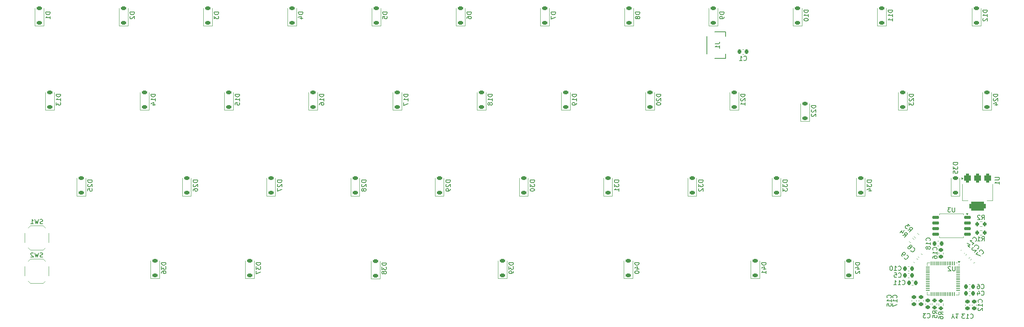
<source format=gbr>
%TF.GenerationSoftware,KiCad,Pcbnew,8.0.8*%
%TF.CreationDate,2025-06-07T17:32:44+02:00*%
%TF.ProjectId,PancakeXXL V2-rounded,50616e63-616b-4655-9858-4c2056322d72,rev?*%
%TF.SameCoordinates,Original*%
%TF.FileFunction,Legend,Bot*%
%TF.FilePolarity,Positive*%
%FSLAX46Y46*%
G04 Gerber Fmt 4.6, Leading zero omitted, Abs format (unit mm)*
G04 Created by KiCad (PCBNEW 8.0.8) date 2025-06-07 17:32:44*
%MOMM*%
%LPD*%
G01*
G04 APERTURE LIST*
G04 Aperture macros list*
%AMRoundRect*
0 Rectangle with rounded corners*
0 $1 Rounding radius*
0 $2 $3 $4 $5 $6 $7 $8 $9 X,Y pos of 4 corners*
0 Add a 4 corners polygon primitive as box body*
4,1,4,$2,$3,$4,$5,$6,$7,$8,$9,$2,$3,0*
0 Add four circle primitives for the rounded corners*
1,1,$1+$1,$2,$3*
1,1,$1+$1,$4,$5*
1,1,$1+$1,$6,$7*
1,1,$1+$1,$8,$9*
0 Add four rect primitives between the rounded corners*
20,1,$1+$1,$2,$3,$4,$5,0*
20,1,$1+$1,$4,$5,$6,$7,0*
20,1,$1+$1,$6,$7,$8,$9,0*
20,1,$1+$1,$8,$9,$2,$3,0*%
G04 Aperture macros list end*
%ADD10C,0.150000*%
%ADD11C,0.120000*%
%ADD12C,1.750000*%
%ADD13C,4.000000*%
%ADD14C,2.500000*%
%ADD15C,3.048000*%
%ADD16C,3.987800*%
%ADD17RoundRect,0.225000X0.375000X-0.225000X0.375000X0.225000X-0.375000X0.225000X-0.375000X-0.225000X0*%
%ADD18RoundRect,0.225000X-0.225000X-0.250000X0.225000X-0.250000X0.225000X0.250000X-0.225000X0.250000X0*%
%ADD19RoundRect,0.225000X0.250000X-0.225000X0.250000X0.225000X-0.250000X0.225000X-0.250000X-0.225000X0*%
%ADD20R,1.800000X1.100000*%
%ADD21RoundRect,0.225000X-0.017678X0.335876X-0.335876X0.017678X0.017678X-0.335876X0.335876X-0.017678X0*%
%ADD22RoundRect,0.200000X0.275000X-0.200000X0.275000X0.200000X-0.275000X0.200000X-0.275000X-0.200000X0*%
%ADD23RoundRect,0.200000X-0.335876X-0.053033X-0.053033X-0.335876X0.335876X0.053033X0.053033X0.335876X0*%
%ADD24R,1.400000X1.100000*%
%ADD25RoundRect,0.225000X-0.335876X-0.017678X-0.017678X-0.335876X0.335876X0.017678X0.017678X0.335876X0*%
%ADD26RoundRect,0.225000X-0.250000X0.225000X-0.250000X-0.225000X0.250000X-0.225000X0.250000X0.225000X0*%
%ADD27RoundRect,0.225000X0.225000X0.250000X-0.225000X0.250000X-0.225000X-0.250000X0.225000X-0.250000X0*%
%ADD28RoundRect,0.200000X0.200000X0.275000X-0.200000X0.275000X-0.200000X-0.275000X0.200000X-0.275000X0*%
%ADD29RoundRect,0.375000X-0.375000X0.625000X-0.375000X-0.625000X0.375000X-0.625000X0.375000X0.625000X0*%
%ADD30RoundRect,0.500000X-1.400000X0.500000X-1.400000X-0.500000X1.400000X-0.500000X1.400000X0.500000X0*%
%ADD31RoundRect,0.050000X0.387500X0.050000X-0.387500X0.050000X-0.387500X-0.050000X0.387500X-0.050000X0*%
%ADD32RoundRect,0.050000X0.050000X0.387500X-0.050000X0.387500X-0.050000X-0.387500X0.050000X-0.387500X0*%
%ADD33R,3.200000X3.200000*%
%ADD34RoundRect,0.200000X-0.200000X-0.275000X0.200000X-0.275000X0.200000X0.275000X-0.200000X0.275000X0*%
%ADD35RoundRect,0.150000X0.650000X0.150000X-0.650000X0.150000X-0.650000X-0.150000X0.650000X-0.150000X0*%
%ADD36R,1.800000X1.200000*%
%ADD37R,1.550000X0.600000*%
G04 APERTURE END LIST*
D10*
X126756069Y-91495714D02*
X125756069Y-91495714D01*
X125756069Y-91495714D02*
X125756069Y-91733809D01*
X125756069Y-91733809D02*
X125803688Y-91876666D01*
X125803688Y-91876666D02*
X125898926Y-91971904D01*
X125898926Y-91971904D02*
X125994164Y-92019523D01*
X125994164Y-92019523D02*
X126184640Y-92067142D01*
X126184640Y-92067142D02*
X126327497Y-92067142D01*
X126327497Y-92067142D02*
X126517973Y-92019523D01*
X126517973Y-92019523D02*
X126613211Y-91971904D01*
X126613211Y-91971904D02*
X126708450Y-91876666D01*
X126708450Y-91876666D02*
X126756069Y-91733809D01*
X126756069Y-91733809D02*
X126756069Y-91495714D01*
X125756069Y-92400476D02*
X125756069Y-93019523D01*
X125756069Y-93019523D02*
X126137021Y-92686190D01*
X126137021Y-92686190D02*
X126137021Y-92829047D01*
X126137021Y-92829047D02*
X126184640Y-92924285D01*
X126184640Y-92924285D02*
X126232259Y-92971904D01*
X126232259Y-92971904D02*
X126327497Y-93019523D01*
X126327497Y-93019523D02*
X126565592Y-93019523D01*
X126565592Y-93019523D02*
X126660830Y-92971904D01*
X126660830Y-92971904D02*
X126708450Y-92924285D01*
X126708450Y-92924285D02*
X126756069Y-92829047D01*
X126756069Y-92829047D02*
X126756069Y-92543333D01*
X126756069Y-92543333D02*
X126708450Y-92448095D01*
X126708450Y-92448095D02*
X126660830Y-92400476D01*
X126184640Y-93590952D02*
X126137021Y-93495714D01*
X126137021Y-93495714D02*
X126089402Y-93448095D01*
X126089402Y-93448095D02*
X125994164Y-93400476D01*
X125994164Y-93400476D02*
X125946545Y-93400476D01*
X125946545Y-93400476D02*
X125851307Y-93448095D01*
X125851307Y-93448095D02*
X125803688Y-93495714D01*
X125803688Y-93495714D02*
X125756069Y-93590952D01*
X125756069Y-93590952D02*
X125756069Y-93781428D01*
X125756069Y-93781428D02*
X125803688Y-93876666D01*
X125803688Y-93876666D02*
X125851307Y-93924285D01*
X125851307Y-93924285D02*
X125946545Y-93971904D01*
X125946545Y-93971904D02*
X125994164Y-93971904D01*
X125994164Y-93971904D02*
X126089402Y-93924285D01*
X126089402Y-93924285D02*
X126137021Y-93876666D01*
X126137021Y-93876666D02*
X126184640Y-93781428D01*
X126184640Y-93781428D02*
X126184640Y-93590952D01*
X126184640Y-93590952D02*
X126232259Y-93495714D01*
X126232259Y-93495714D02*
X126279878Y-93448095D01*
X126279878Y-93448095D02*
X126375116Y-93400476D01*
X126375116Y-93400476D02*
X126565592Y-93400476D01*
X126565592Y-93400476D02*
X126660830Y-93448095D01*
X126660830Y-93448095D02*
X126708450Y-93495714D01*
X126708450Y-93495714D02*
X126756069Y-93590952D01*
X126756069Y-93590952D02*
X126756069Y-93781428D01*
X126756069Y-93781428D02*
X126708450Y-93876666D01*
X126708450Y-93876666D02*
X126660830Y-93924285D01*
X126660830Y-93924285D02*
X126565592Y-93971904D01*
X126565592Y-93971904D02*
X126375116Y-93971904D01*
X126375116Y-93971904D02*
X126279878Y-93924285D01*
X126279878Y-93924285D02*
X126232259Y-93876666D01*
X126232259Y-93876666D02*
X126184640Y-93781428D01*
X249690830Y-86457142D02*
X249738450Y-86409523D01*
X249738450Y-86409523D02*
X249786069Y-86266666D01*
X249786069Y-86266666D02*
X249786069Y-86171428D01*
X249786069Y-86171428D02*
X249738450Y-86028571D01*
X249738450Y-86028571D02*
X249643211Y-85933333D01*
X249643211Y-85933333D02*
X249547973Y-85885714D01*
X249547973Y-85885714D02*
X249357497Y-85838095D01*
X249357497Y-85838095D02*
X249214640Y-85838095D01*
X249214640Y-85838095D02*
X249024164Y-85885714D01*
X249024164Y-85885714D02*
X248928926Y-85933333D01*
X248928926Y-85933333D02*
X248833688Y-86028571D01*
X248833688Y-86028571D02*
X248786069Y-86171428D01*
X248786069Y-86171428D02*
X248786069Y-86266666D01*
X248786069Y-86266666D02*
X248833688Y-86409523D01*
X248833688Y-86409523D02*
X248881307Y-86457142D01*
X249786069Y-87409523D02*
X249786069Y-86838095D01*
X249786069Y-87123809D02*
X248786069Y-87123809D01*
X248786069Y-87123809D02*
X248928926Y-87028571D01*
X248928926Y-87028571D02*
X249024164Y-86933333D01*
X249024164Y-86933333D02*
X249071783Y-86838095D01*
X249214640Y-87980952D02*
X249167021Y-87885714D01*
X249167021Y-87885714D02*
X249119402Y-87838095D01*
X249119402Y-87838095D02*
X249024164Y-87790476D01*
X249024164Y-87790476D02*
X248976545Y-87790476D01*
X248976545Y-87790476D02*
X248881307Y-87838095D01*
X248881307Y-87838095D02*
X248833688Y-87885714D01*
X248833688Y-87885714D02*
X248786069Y-87980952D01*
X248786069Y-87980952D02*
X248786069Y-88171428D01*
X248786069Y-88171428D02*
X248833688Y-88266666D01*
X248833688Y-88266666D02*
X248881307Y-88314285D01*
X248881307Y-88314285D02*
X248976545Y-88361904D01*
X248976545Y-88361904D02*
X249024164Y-88361904D01*
X249024164Y-88361904D02*
X249119402Y-88314285D01*
X249119402Y-88314285D02*
X249167021Y-88266666D01*
X249167021Y-88266666D02*
X249214640Y-88171428D01*
X249214640Y-88171428D02*
X249214640Y-87980952D01*
X249214640Y-87980952D02*
X249262259Y-87885714D01*
X249262259Y-87885714D02*
X249309878Y-87838095D01*
X249309878Y-87838095D02*
X249405116Y-87790476D01*
X249405116Y-87790476D02*
X249595592Y-87790476D01*
X249595592Y-87790476D02*
X249690830Y-87838095D01*
X249690830Y-87838095D02*
X249738450Y-87885714D01*
X249738450Y-87885714D02*
X249786069Y-87980952D01*
X249786069Y-87980952D02*
X249786069Y-88171428D01*
X249786069Y-88171428D02*
X249738450Y-88266666D01*
X249738450Y-88266666D02*
X249690830Y-88314285D01*
X249690830Y-88314285D02*
X249595592Y-88361904D01*
X249595592Y-88361904D02*
X249405116Y-88361904D01*
X249405116Y-88361904D02*
X249309878Y-88314285D01*
X249309878Y-88314285D02*
X249262259Y-88266666D01*
X249262259Y-88266666D02*
X249214640Y-88171428D01*
X261440830Y-100382142D02*
X261488450Y-100334523D01*
X261488450Y-100334523D02*
X261536069Y-100191666D01*
X261536069Y-100191666D02*
X261536069Y-100096428D01*
X261536069Y-100096428D02*
X261488450Y-99953571D01*
X261488450Y-99953571D02*
X261393211Y-99858333D01*
X261393211Y-99858333D02*
X261297973Y-99810714D01*
X261297973Y-99810714D02*
X261107497Y-99763095D01*
X261107497Y-99763095D02*
X260964640Y-99763095D01*
X260964640Y-99763095D02*
X260774164Y-99810714D01*
X260774164Y-99810714D02*
X260678926Y-99858333D01*
X260678926Y-99858333D02*
X260583688Y-99953571D01*
X260583688Y-99953571D02*
X260536069Y-100096428D01*
X260536069Y-100096428D02*
X260536069Y-100191666D01*
X260536069Y-100191666D02*
X260583688Y-100334523D01*
X260583688Y-100334523D02*
X260631307Y-100382142D01*
X261536069Y-101334523D02*
X261536069Y-100763095D01*
X261536069Y-101048809D02*
X260536069Y-101048809D01*
X260536069Y-101048809D02*
X260678926Y-100953571D01*
X260678926Y-100953571D02*
X260774164Y-100858333D01*
X260774164Y-100858333D02*
X260821783Y-100763095D01*
X260631307Y-101715476D02*
X260583688Y-101763095D01*
X260583688Y-101763095D02*
X260536069Y-101858333D01*
X260536069Y-101858333D02*
X260536069Y-102096428D01*
X260536069Y-102096428D02*
X260583688Y-102191666D01*
X260583688Y-102191666D02*
X260631307Y-102239285D01*
X260631307Y-102239285D02*
X260726545Y-102286904D01*
X260726545Y-102286904D02*
X260821783Y-102286904D01*
X260821783Y-102286904D02*
X260964640Y-102239285D01*
X260964640Y-102239285D02*
X261536069Y-101667857D01*
X261536069Y-101667857D02*
X261536069Y-102286904D01*
X93577319Y-53316339D02*
X92577319Y-53316339D01*
X92577319Y-53316339D02*
X92577319Y-53554434D01*
X92577319Y-53554434D02*
X92624938Y-53697291D01*
X92624938Y-53697291D02*
X92720176Y-53792529D01*
X92720176Y-53792529D02*
X92815414Y-53840148D01*
X92815414Y-53840148D02*
X93005890Y-53887767D01*
X93005890Y-53887767D02*
X93148747Y-53887767D01*
X93148747Y-53887767D02*
X93339223Y-53840148D01*
X93339223Y-53840148D02*
X93434461Y-53792529D01*
X93434461Y-53792529D02*
X93529700Y-53697291D01*
X93529700Y-53697291D02*
X93577319Y-53554434D01*
X93577319Y-53554434D02*
X93577319Y-53316339D01*
X93577319Y-54840148D02*
X93577319Y-54268720D01*
X93577319Y-54554434D02*
X92577319Y-54554434D01*
X92577319Y-54554434D02*
X92720176Y-54459196D01*
X92720176Y-54459196D02*
X92815414Y-54363958D01*
X92815414Y-54363958D02*
X92863033Y-54268720D01*
X92577319Y-55744910D02*
X92577319Y-55268720D01*
X92577319Y-55268720D02*
X93053509Y-55221101D01*
X93053509Y-55221101D02*
X93005890Y-55268720D01*
X93005890Y-55268720D02*
X92958271Y-55363958D01*
X92958271Y-55363958D02*
X92958271Y-55602053D01*
X92958271Y-55602053D02*
X93005890Y-55697291D01*
X93005890Y-55697291D02*
X93053509Y-55744910D01*
X93053509Y-55744910D02*
X93148747Y-55792529D01*
X93148747Y-55792529D02*
X93386842Y-55792529D01*
X93386842Y-55792529D02*
X93482080Y-55744910D01*
X93482080Y-55744910D02*
X93529700Y-55697291D01*
X93529700Y-55697291D02*
X93577319Y-55602053D01*
X93577319Y-55602053D02*
X93577319Y-55363958D01*
X93577319Y-55363958D02*
X93529700Y-55268720D01*
X93529700Y-55268720D02*
X93482080Y-55221101D01*
X222164819Y-34266339D02*
X221164819Y-34266339D01*
X221164819Y-34266339D02*
X221164819Y-34504434D01*
X221164819Y-34504434D02*
X221212438Y-34647291D01*
X221212438Y-34647291D02*
X221307676Y-34742529D01*
X221307676Y-34742529D02*
X221402914Y-34790148D01*
X221402914Y-34790148D02*
X221593390Y-34837767D01*
X221593390Y-34837767D02*
X221736247Y-34837767D01*
X221736247Y-34837767D02*
X221926723Y-34790148D01*
X221926723Y-34790148D02*
X222021961Y-34742529D01*
X222021961Y-34742529D02*
X222117200Y-34647291D01*
X222117200Y-34647291D02*
X222164819Y-34504434D01*
X222164819Y-34504434D02*
X222164819Y-34266339D01*
X222164819Y-35790148D02*
X222164819Y-35218720D01*
X222164819Y-35504434D02*
X221164819Y-35504434D01*
X221164819Y-35504434D02*
X221307676Y-35409196D01*
X221307676Y-35409196D02*
X221402914Y-35313958D01*
X221402914Y-35313958D02*
X221450533Y-35218720D01*
X221164819Y-36409196D02*
X221164819Y-36504434D01*
X221164819Y-36504434D02*
X221212438Y-36599672D01*
X221212438Y-36599672D02*
X221260057Y-36647291D01*
X221260057Y-36647291D02*
X221355295Y-36694910D01*
X221355295Y-36694910D02*
X221545771Y-36742529D01*
X221545771Y-36742529D02*
X221783866Y-36742529D01*
X221783866Y-36742529D02*
X221974342Y-36694910D01*
X221974342Y-36694910D02*
X222069580Y-36647291D01*
X222069580Y-36647291D02*
X222117200Y-36599672D01*
X222117200Y-36599672D02*
X222164819Y-36504434D01*
X222164819Y-36504434D02*
X222164819Y-36409196D01*
X222164819Y-36409196D02*
X222117200Y-36313958D01*
X222117200Y-36313958D02*
X222069580Y-36266339D01*
X222069580Y-36266339D02*
X221974342Y-36218720D01*
X221974342Y-36218720D02*
X221783866Y-36171101D01*
X221783866Y-36171101D02*
X221545771Y-36171101D01*
X221545771Y-36171101D02*
X221355295Y-36218720D01*
X221355295Y-36218720D02*
X221260057Y-36266339D01*
X221260057Y-36266339D02*
X221212438Y-36313958D01*
X221212438Y-36313958D02*
X221164819Y-36409196D01*
X49014582Y-82607200D02*
X48871725Y-82654819D01*
X48871725Y-82654819D02*
X48633630Y-82654819D01*
X48633630Y-82654819D02*
X48538392Y-82607200D01*
X48538392Y-82607200D02*
X48490773Y-82559580D01*
X48490773Y-82559580D02*
X48443154Y-82464342D01*
X48443154Y-82464342D02*
X48443154Y-82369104D01*
X48443154Y-82369104D02*
X48490773Y-82273866D01*
X48490773Y-82273866D02*
X48538392Y-82226247D01*
X48538392Y-82226247D02*
X48633630Y-82178628D01*
X48633630Y-82178628D02*
X48824106Y-82131009D01*
X48824106Y-82131009D02*
X48919344Y-82083390D01*
X48919344Y-82083390D02*
X48966963Y-82035771D01*
X48966963Y-82035771D02*
X49014582Y-81940533D01*
X49014582Y-81940533D02*
X49014582Y-81845295D01*
X49014582Y-81845295D02*
X48966963Y-81750057D01*
X48966963Y-81750057D02*
X48919344Y-81702438D01*
X48919344Y-81702438D02*
X48824106Y-81654819D01*
X48824106Y-81654819D02*
X48586011Y-81654819D01*
X48586011Y-81654819D02*
X48443154Y-81702438D01*
X48109820Y-81654819D02*
X47871725Y-82654819D01*
X47871725Y-82654819D02*
X47681249Y-81940533D01*
X47681249Y-81940533D02*
X47490773Y-82654819D01*
X47490773Y-82654819D02*
X47252678Y-81654819D01*
X46347916Y-82654819D02*
X46919344Y-82654819D01*
X46633630Y-82654819D02*
X46633630Y-81654819D01*
X46633630Y-81654819D02*
X46728868Y-81797676D01*
X46728868Y-81797676D02*
X46824106Y-81892914D01*
X46824106Y-81892914D02*
X46919344Y-81940533D01*
X160252319Y-72763214D02*
X159252319Y-72763214D01*
X159252319Y-72763214D02*
X159252319Y-73001309D01*
X159252319Y-73001309D02*
X159299938Y-73144166D01*
X159299938Y-73144166D02*
X159395176Y-73239404D01*
X159395176Y-73239404D02*
X159490414Y-73287023D01*
X159490414Y-73287023D02*
X159680890Y-73334642D01*
X159680890Y-73334642D02*
X159823747Y-73334642D01*
X159823747Y-73334642D02*
X160014223Y-73287023D01*
X160014223Y-73287023D02*
X160109461Y-73239404D01*
X160109461Y-73239404D02*
X160204700Y-73144166D01*
X160204700Y-73144166D02*
X160252319Y-73001309D01*
X160252319Y-73001309D02*
X160252319Y-72763214D01*
X159252319Y-73667976D02*
X159252319Y-74287023D01*
X159252319Y-74287023D02*
X159633271Y-73953690D01*
X159633271Y-73953690D02*
X159633271Y-74096547D01*
X159633271Y-74096547D02*
X159680890Y-74191785D01*
X159680890Y-74191785D02*
X159728509Y-74239404D01*
X159728509Y-74239404D02*
X159823747Y-74287023D01*
X159823747Y-74287023D02*
X160061842Y-74287023D01*
X160061842Y-74287023D02*
X160157080Y-74239404D01*
X160157080Y-74239404D02*
X160204700Y-74191785D01*
X160204700Y-74191785D02*
X160252319Y-74096547D01*
X160252319Y-74096547D02*
X160252319Y-73810833D01*
X160252319Y-73810833D02*
X160204700Y-73715595D01*
X160204700Y-73715595D02*
X160157080Y-73667976D01*
X159252319Y-74906071D02*
X159252319Y-75001309D01*
X159252319Y-75001309D02*
X159299938Y-75096547D01*
X159299938Y-75096547D02*
X159347557Y-75144166D01*
X159347557Y-75144166D02*
X159442795Y-75191785D01*
X159442795Y-75191785D02*
X159633271Y-75239404D01*
X159633271Y-75239404D02*
X159871366Y-75239404D01*
X159871366Y-75239404D02*
X160061842Y-75191785D01*
X160061842Y-75191785D02*
X160157080Y-75144166D01*
X160157080Y-75144166D02*
X160204700Y-75096547D01*
X160204700Y-75096547D02*
X160252319Y-75001309D01*
X160252319Y-75001309D02*
X160252319Y-74906071D01*
X160252319Y-74906071D02*
X160204700Y-74810833D01*
X160204700Y-74810833D02*
X160157080Y-74763214D01*
X160157080Y-74763214D02*
X160061842Y-74715595D01*
X160061842Y-74715595D02*
X159871366Y-74667976D01*
X159871366Y-74667976D02*
X159633271Y-74667976D01*
X159633271Y-74667976D02*
X159442795Y-74715595D01*
X159442795Y-74715595D02*
X159347557Y-74763214D01*
X159347557Y-74763214D02*
X159299938Y-74810833D01*
X159299938Y-74810833D02*
X159252319Y-74906071D01*
X184064819Y-34742530D02*
X183064819Y-34742530D01*
X183064819Y-34742530D02*
X183064819Y-34980625D01*
X183064819Y-34980625D02*
X183112438Y-35123482D01*
X183112438Y-35123482D02*
X183207676Y-35218720D01*
X183207676Y-35218720D02*
X183302914Y-35266339D01*
X183302914Y-35266339D02*
X183493390Y-35313958D01*
X183493390Y-35313958D02*
X183636247Y-35313958D01*
X183636247Y-35313958D02*
X183826723Y-35266339D01*
X183826723Y-35266339D02*
X183921961Y-35218720D01*
X183921961Y-35218720D02*
X184017200Y-35123482D01*
X184017200Y-35123482D02*
X184064819Y-34980625D01*
X184064819Y-34980625D02*
X184064819Y-34742530D01*
X183493390Y-35885387D02*
X183445771Y-35790149D01*
X183445771Y-35790149D02*
X183398152Y-35742530D01*
X183398152Y-35742530D02*
X183302914Y-35694911D01*
X183302914Y-35694911D02*
X183255295Y-35694911D01*
X183255295Y-35694911D02*
X183160057Y-35742530D01*
X183160057Y-35742530D02*
X183112438Y-35790149D01*
X183112438Y-35790149D02*
X183064819Y-35885387D01*
X183064819Y-35885387D02*
X183064819Y-36075863D01*
X183064819Y-36075863D02*
X183112438Y-36171101D01*
X183112438Y-36171101D02*
X183160057Y-36218720D01*
X183160057Y-36218720D02*
X183255295Y-36266339D01*
X183255295Y-36266339D02*
X183302914Y-36266339D01*
X183302914Y-36266339D02*
X183398152Y-36218720D01*
X183398152Y-36218720D02*
X183445771Y-36171101D01*
X183445771Y-36171101D02*
X183493390Y-36075863D01*
X183493390Y-36075863D02*
X183493390Y-35885387D01*
X183493390Y-35885387D02*
X183541009Y-35790149D01*
X183541009Y-35790149D02*
X183588628Y-35742530D01*
X183588628Y-35742530D02*
X183683866Y-35694911D01*
X183683866Y-35694911D02*
X183874342Y-35694911D01*
X183874342Y-35694911D02*
X183969580Y-35742530D01*
X183969580Y-35742530D02*
X184017200Y-35790149D01*
X184017200Y-35790149D02*
X184064819Y-35885387D01*
X184064819Y-35885387D02*
X184064819Y-36075863D01*
X184064819Y-36075863D02*
X184017200Y-36171101D01*
X184017200Y-36171101D02*
X183969580Y-36218720D01*
X183969580Y-36218720D02*
X183874342Y-36266339D01*
X183874342Y-36266339D02*
X183683866Y-36266339D01*
X183683866Y-36266339D02*
X183588628Y-36218720D01*
X183588628Y-36218720D02*
X183541009Y-36171101D01*
X183541009Y-36171101D02*
X183493390Y-36075863D01*
X98339819Y-91416339D02*
X97339819Y-91416339D01*
X97339819Y-91416339D02*
X97339819Y-91654434D01*
X97339819Y-91654434D02*
X97387438Y-91797291D01*
X97387438Y-91797291D02*
X97482676Y-91892529D01*
X97482676Y-91892529D02*
X97577914Y-91940148D01*
X97577914Y-91940148D02*
X97768390Y-91987767D01*
X97768390Y-91987767D02*
X97911247Y-91987767D01*
X97911247Y-91987767D02*
X98101723Y-91940148D01*
X98101723Y-91940148D02*
X98196961Y-91892529D01*
X98196961Y-91892529D02*
X98292200Y-91797291D01*
X98292200Y-91797291D02*
X98339819Y-91654434D01*
X98339819Y-91654434D02*
X98339819Y-91416339D01*
X97339819Y-92321101D02*
X97339819Y-92940148D01*
X97339819Y-92940148D02*
X97720771Y-92606815D01*
X97720771Y-92606815D02*
X97720771Y-92749672D01*
X97720771Y-92749672D02*
X97768390Y-92844910D01*
X97768390Y-92844910D02*
X97816009Y-92892529D01*
X97816009Y-92892529D02*
X97911247Y-92940148D01*
X97911247Y-92940148D02*
X98149342Y-92940148D01*
X98149342Y-92940148D02*
X98244580Y-92892529D01*
X98244580Y-92892529D02*
X98292200Y-92844910D01*
X98292200Y-92844910D02*
X98339819Y-92749672D01*
X98339819Y-92749672D02*
X98339819Y-92463958D01*
X98339819Y-92463958D02*
X98292200Y-92368720D01*
X98292200Y-92368720D02*
X98244580Y-92321101D01*
X97339819Y-93273482D02*
X97339819Y-93940148D01*
X97339819Y-93940148D02*
X98339819Y-93511577D01*
X50714819Y-34742530D02*
X49714819Y-34742530D01*
X49714819Y-34742530D02*
X49714819Y-34980625D01*
X49714819Y-34980625D02*
X49762438Y-35123482D01*
X49762438Y-35123482D02*
X49857676Y-35218720D01*
X49857676Y-35218720D02*
X49952914Y-35266339D01*
X49952914Y-35266339D02*
X50143390Y-35313958D01*
X50143390Y-35313958D02*
X50286247Y-35313958D01*
X50286247Y-35313958D02*
X50476723Y-35266339D01*
X50476723Y-35266339D02*
X50571961Y-35218720D01*
X50571961Y-35218720D02*
X50667200Y-35123482D01*
X50667200Y-35123482D02*
X50714819Y-34980625D01*
X50714819Y-34980625D02*
X50714819Y-34742530D01*
X50714819Y-36266339D02*
X50714819Y-35694911D01*
X50714819Y-35980625D02*
X49714819Y-35980625D01*
X49714819Y-35980625D02*
X49857676Y-35885387D01*
X49857676Y-35885387D02*
X49952914Y-35790149D01*
X49952914Y-35790149D02*
X50000533Y-35694911D01*
X217402319Y-72763214D02*
X216402319Y-72763214D01*
X216402319Y-72763214D02*
X216402319Y-73001309D01*
X216402319Y-73001309D02*
X216449938Y-73144166D01*
X216449938Y-73144166D02*
X216545176Y-73239404D01*
X216545176Y-73239404D02*
X216640414Y-73287023D01*
X216640414Y-73287023D02*
X216830890Y-73334642D01*
X216830890Y-73334642D02*
X216973747Y-73334642D01*
X216973747Y-73334642D02*
X217164223Y-73287023D01*
X217164223Y-73287023D02*
X217259461Y-73239404D01*
X217259461Y-73239404D02*
X217354700Y-73144166D01*
X217354700Y-73144166D02*
X217402319Y-73001309D01*
X217402319Y-73001309D02*
X217402319Y-72763214D01*
X216402319Y-73667976D02*
X216402319Y-74287023D01*
X216402319Y-74287023D02*
X216783271Y-73953690D01*
X216783271Y-73953690D02*
X216783271Y-74096547D01*
X216783271Y-74096547D02*
X216830890Y-74191785D01*
X216830890Y-74191785D02*
X216878509Y-74239404D01*
X216878509Y-74239404D02*
X216973747Y-74287023D01*
X216973747Y-74287023D02*
X217211842Y-74287023D01*
X217211842Y-74287023D02*
X217307080Y-74239404D01*
X217307080Y-74239404D02*
X217354700Y-74191785D01*
X217354700Y-74191785D02*
X217402319Y-74096547D01*
X217402319Y-74096547D02*
X217402319Y-73810833D01*
X217402319Y-73810833D02*
X217354700Y-73715595D01*
X217354700Y-73715595D02*
X217307080Y-73667976D01*
X216402319Y-74620357D02*
X216402319Y-75239404D01*
X216402319Y-75239404D02*
X216783271Y-74906071D01*
X216783271Y-74906071D02*
X216783271Y-75048928D01*
X216783271Y-75048928D02*
X216830890Y-75144166D01*
X216830890Y-75144166D02*
X216878509Y-75191785D01*
X216878509Y-75191785D02*
X216973747Y-75239404D01*
X216973747Y-75239404D02*
X217211842Y-75239404D01*
X217211842Y-75239404D02*
X217307080Y-75191785D01*
X217307080Y-75191785D02*
X217354700Y-75144166D01*
X217354700Y-75144166D02*
X217402319Y-75048928D01*
X217402319Y-75048928D02*
X217402319Y-74763214D01*
X217402319Y-74763214D02*
X217354700Y-74667976D01*
X217354700Y-74667976D02*
X217307080Y-74620357D01*
X259901691Y-86614374D02*
X259969035Y-86614374D01*
X259969035Y-86614374D02*
X260103722Y-86547030D01*
X260103722Y-86547030D02*
X260171065Y-86479687D01*
X260171065Y-86479687D02*
X260238409Y-86345000D01*
X260238409Y-86345000D02*
X260238409Y-86210313D01*
X260238409Y-86210313D02*
X260204737Y-86109298D01*
X260204737Y-86109298D02*
X260103722Y-85940939D01*
X260103722Y-85940939D02*
X260002707Y-85839924D01*
X260002707Y-85839924D02*
X259834348Y-85738908D01*
X259834348Y-85738908D02*
X259733333Y-85705237D01*
X259733333Y-85705237D02*
X259598646Y-85705237D01*
X259598646Y-85705237D02*
X259463959Y-85772580D01*
X259463959Y-85772580D02*
X259396615Y-85839924D01*
X259396615Y-85839924D02*
X259329272Y-85974611D01*
X259329272Y-85974611D02*
X259329272Y-86041954D01*
X259295600Y-87355152D02*
X259699661Y-86951091D01*
X259497630Y-87153122D02*
X258790524Y-86446015D01*
X258790524Y-86446015D02*
X258958882Y-86479687D01*
X258958882Y-86479687D02*
X259093569Y-86479687D01*
X259093569Y-86479687D02*
X259194585Y-86446015D01*
X258218104Y-87489840D02*
X258689508Y-87961244D01*
X258117088Y-87052107D02*
X258790523Y-87388824D01*
X258790523Y-87388824D02*
X258352791Y-87826557D01*
X223886069Y-55860714D02*
X222886069Y-55860714D01*
X222886069Y-55860714D02*
X222886069Y-56098809D01*
X222886069Y-56098809D02*
X222933688Y-56241666D01*
X222933688Y-56241666D02*
X223028926Y-56336904D01*
X223028926Y-56336904D02*
X223124164Y-56384523D01*
X223124164Y-56384523D02*
X223314640Y-56432142D01*
X223314640Y-56432142D02*
X223457497Y-56432142D01*
X223457497Y-56432142D02*
X223647973Y-56384523D01*
X223647973Y-56384523D02*
X223743211Y-56336904D01*
X223743211Y-56336904D02*
X223838450Y-56241666D01*
X223838450Y-56241666D02*
X223886069Y-56098809D01*
X223886069Y-56098809D02*
X223886069Y-55860714D01*
X222981307Y-56813095D02*
X222933688Y-56860714D01*
X222933688Y-56860714D02*
X222886069Y-56955952D01*
X222886069Y-56955952D02*
X222886069Y-57194047D01*
X222886069Y-57194047D02*
X222933688Y-57289285D01*
X222933688Y-57289285D02*
X222981307Y-57336904D01*
X222981307Y-57336904D02*
X223076545Y-57384523D01*
X223076545Y-57384523D02*
X223171783Y-57384523D01*
X223171783Y-57384523D02*
X223314640Y-57336904D01*
X223314640Y-57336904D02*
X223886069Y-56765476D01*
X223886069Y-56765476D02*
X223886069Y-57384523D01*
X222981307Y-57765476D02*
X222933688Y-57813095D01*
X222933688Y-57813095D02*
X222886069Y-57908333D01*
X222886069Y-57908333D02*
X222886069Y-58146428D01*
X222886069Y-58146428D02*
X222933688Y-58241666D01*
X222933688Y-58241666D02*
X222981307Y-58289285D01*
X222981307Y-58289285D02*
X223076545Y-58336904D01*
X223076545Y-58336904D02*
X223171783Y-58336904D01*
X223171783Y-58336904D02*
X223314640Y-58289285D01*
X223314640Y-58289285D02*
X223886069Y-57717857D01*
X223886069Y-57717857D02*
X223886069Y-58336904D01*
X265027319Y-53316339D02*
X264027319Y-53316339D01*
X264027319Y-53316339D02*
X264027319Y-53554434D01*
X264027319Y-53554434D02*
X264074938Y-53697291D01*
X264074938Y-53697291D02*
X264170176Y-53792529D01*
X264170176Y-53792529D02*
X264265414Y-53840148D01*
X264265414Y-53840148D02*
X264455890Y-53887767D01*
X264455890Y-53887767D02*
X264598747Y-53887767D01*
X264598747Y-53887767D02*
X264789223Y-53840148D01*
X264789223Y-53840148D02*
X264884461Y-53792529D01*
X264884461Y-53792529D02*
X264979700Y-53697291D01*
X264979700Y-53697291D02*
X265027319Y-53554434D01*
X265027319Y-53554434D02*
X265027319Y-53316339D01*
X264122557Y-54268720D02*
X264074938Y-54316339D01*
X264074938Y-54316339D02*
X264027319Y-54411577D01*
X264027319Y-54411577D02*
X264027319Y-54649672D01*
X264027319Y-54649672D02*
X264074938Y-54744910D01*
X264074938Y-54744910D02*
X264122557Y-54792529D01*
X264122557Y-54792529D02*
X264217795Y-54840148D01*
X264217795Y-54840148D02*
X264313033Y-54840148D01*
X264313033Y-54840148D02*
X264455890Y-54792529D01*
X264455890Y-54792529D02*
X265027319Y-54221101D01*
X265027319Y-54221101D02*
X265027319Y-54840148D01*
X264360652Y-55697291D02*
X265027319Y-55697291D01*
X263979700Y-55459196D02*
X264693985Y-55221101D01*
X264693985Y-55221101D02*
X264693985Y-55840148D01*
X251286069Y-102958333D02*
X250809878Y-102625000D01*
X251286069Y-102386905D02*
X250286069Y-102386905D01*
X250286069Y-102386905D02*
X250286069Y-102767857D01*
X250286069Y-102767857D02*
X250333688Y-102863095D01*
X250333688Y-102863095D02*
X250381307Y-102910714D01*
X250381307Y-102910714D02*
X250476545Y-102958333D01*
X250476545Y-102958333D02*
X250619402Y-102958333D01*
X250619402Y-102958333D02*
X250714640Y-102910714D01*
X250714640Y-102910714D02*
X250762259Y-102863095D01*
X250762259Y-102863095D02*
X250809878Y-102767857D01*
X250809878Y-102767857D02*
X250809878Y-102386905D01*
X250286069Y-103863095D02*
X250286069Y-103386905D01*
X250286069Y-103386905D02*
X250762259Y-103339286D01*
X250762259Y-103339286D02*
X250714640Y-103386905D01*
X250714640Y-103386905D02*
X250667021Y-103482143D01*
X250667021Y-103482143D02*
X250667021Y-103720238D01*
X250667021Y-103720238D02*
X250714640Y-103815476D01*
X250714640Y-103815476D02*
X250762259Y-103863095D01*
X250762259Y-103863095D02*
X250857497Y-103910714D01*
X250857497Y-103910714D02*
X251095592Y-103910714D01*
X251095592Y-103910714D02*
X251190830Y-103863095D01*
X251190830Y-103863095D02*
X251238450Y-103815476D01*
X251238450Y-103815476D02*
X251286069Y-103720238D01*
X251286069Y-103720238D02*
X251286069Y-103482143D01*
X251286069Y-103482143D02*
X251238450Y-103386905D01*
X251238450Y-103386905D02*
X251190830Y-103339286D01*
X255936069Y-68760714D02*
X254936069Y-68760714D01*
X254936069Y-68760714D02*
X254936069Y-68998809D01*
X254936069Y-68998809D02*
X254983688Y-69141666D01*
X254983688Y-69141666D02*
X255078926Y-69236904D01*
X255078926Y-69236904D02*
X255174164Y-69284523D01*
X255174164Y-69284523D02*
X255364640Y-69332142D01*
X255364640Y-69332142D02*
X255507497Y-69332142D01*
X255507497Y-69332142D02*
X255697973Y-69284523D01*
X255697973Y-69284523D02*
X255793211Y-69236904D01*
X255793211Y-69236904D02*
X255888450Y-69141666D01*
X255888450Y-69141666D02*
X255936069Y-68998809D01*
X255936069Y-68998809D02*
X255936069Y-68760714D01*
X254936069Y-69665476D02*
X254936069Y-70284523D01*
X254936069Y-70284523D02*
X255317021Y-69951190D01*
X255317021Y-69951190D02*
X255317021Y-70094047D01*
X255317021Y-70094047D02*
X255364640Y-70189285D01*
X255364640Y-70189285D02*
X255412259Y-70236904D01*
X255412259Y-70236904D02*
X255507497Y-70284523D01*
X255507497Y-70284523D02*
X255745592Y-70284523D01*
X255745592Y-70284523D02*
X255840830Y-70236904D01*
X255840830Y-70236904D02*
X255888450Y-70189285D01*
X255888450Y-70189285D02*
X255936069Y-70094047D01*
X255936069Y-70094047D02*
X255936069Y-69808333D01*
X255936069Y-69808333D02*
X255888450Y-69713095D01*
X255888450Y-69713095D02*
X255840830Y-69665476D01*
X254936069Y-71189285D02*
X254936069Y-70713095D01*
X254936069Y-70713095D02*
X255412259Y-70665476D01*
X255412259Y-70665476D02*
X255364640Y-70713095D01*
X255364640Y-70713095D02*
X255317021Y-70808333D01*
X255317021Y-70808333D02*
X255317021Y-71046428D01*
X255317021Y-71046428D02*
X255364640Y-71141666D01*
X255364640Y-71141666D02*
X255412259Y-71189285D01*
X255412259Y-71189285D02*
X255507497Y-71236904D01*
X255507497Y-71236904D02*
X255745592Y-71236904D01*
X255745592Y-71236904D02*
X255840830Y-71189285D01*
X255840830Y-71189285D02*
X255888450Y-71141666D01*
X255888450Y-71141666D02*
X255936069Y-71046428D01*
X255936069Y-71046428D02*
X255936069Y-70808333D01*
X255936069Y-70808333D02*
X255888450Y-70713095D01*
X255888450Y-70713095D02*
X255840830Y-70665476D01*
X165014819Y-34742530D02*
X164014819Y-34742530D01*
X164014819Y-34742530D02*
X164014819Y-34980625D01*
X164014819Y-34980625D02*
X164062438Y-35123482D01*
X164062438Y-35123482D02*
X164157676Y-35218720D01*
X164157676Y-35218720D02*
X164252914Y-35266339D01*
X164252914Y-35266339D02*
X164443390Y-35313958D01*
X164443390Y-35313958D02*
X164586247Y-35313958D01*
X164586247Y-35313958D02*
X164776723Y-35266339D01*
X164776723Y-35266339D02*
X164871961Y-35218720D01*
X164871961Y-35218720D02*
X164967200Y-35123482D01*
X164967200Y-35123482D02*
X165014819Y-34980625D01*
X165014819Y-34980625D02*
X165014819Y-34742530D01*
X164014819Y-35647292D02*
X164014819Y-36313958D01*
X164014819Y-36313958D02*
X165014819Y-35885387D01*
X141202319Y-72763214D02*
X140202319Y-72763214D01*
X140202319Y-72763214D02*
X140202319Y-73001309D01*
X140202319Y-73001309D02*
X140249938Y-73144166D01*
X140249938Y-73144166D02*
X140345176Y-73239404D01*
X140345176Y-73239404D02*
X140440414Y-73287023D01*
X140440414Y-73287023D02*
X140630890Y-73334642D01*
X140630890Y-73334642D02*
X140773747Y-73334642D01*
X140773747Y-73334642D02*
X140964223Y-73287023D01*
X140964223Y-73287023D02*
X141059461Y-73239404D01*
X141059461Y-73239404D02*
X141154700Y-73144166D01*
X141154700Y-73144166D02*
X141202319Y-73001309D01*
X141202319Y-73001309D02*
X141202319Y-72763214D01*
X140297557Y-73715595D02*
X140249938Y-73763214D01*
X140249938Y-73763214D02*
X140202319Y-73858452D01*
X140202319Y-73858452D02*
X140202319Y-74096547D01*
X140202319Y-74096547D02*
X140249938Y-74191785D01*
X140249938Y-74191785D02*
X140297557Y-74239404D01*
X140297557Y-74239404D02*
X140392795Y-74287023D01*
X140392795Y-74287023D02*
X140488033Y-74287023D01*
X140488033Y-74287023D02*
X140630890Y-74239404D01*
X140630890Y-74239404D02*
X141202319Y-73667976D01*
X141202319Y-73667976D02*
X141202319Y-74287023D01*
X141202319Y-74763214D02*
X141202319Y-74953690D01*
X141202319Y-74953690D02*
X141154700Y-75048928D01*
X141154700Y-75048928D02*
X141107080Y-75096547D01*
X141107080Y-75096547D02*
X140964223Y-75191785D01*
X140964223Y-75191785D02*
X140773747Y-75239404D01*
X140773747Y-75239404D02*
X140392795Y-75239404D01*
X140392795Y-75239404D02*
X140297557Y-75191785D01*
X140297557Y-75191785D02*
X140249938Y-75144166D01*
X140249938Y-75144166D02*
X140202319Y-75048928D01*
X140202319Y-75048928D02*
X140202319Y-74858452D01*
X140202319Y-74858452D02*
X140249938Y-74763214D01*
X140249938Y-74763214D02*
X140297557Y-74715595D01*
X140297557Y-74715595D02*
X140392795Y-74667976D01*
X140392795Y-74667976D02*
X140630890Y-74667976D01*
X140630890Y-74667976D02*
X140726128Y-74715595D01*
X140726128Y-74715595D02*
X140773747Y-74763214D01*
X140773747Y-74763214D02*
X140821366Y-74858452D01*
X140821366Y-74858452D02*
X140821366Y-75048928D01*
X140821366Y-75048928D02*
X140773747Y-75144166D01*
X140773747Y-75144166D02*
X140726128Y-75191785D01*
X140726128Y-75191785D02*
X140630890Y-75239404D01*
X244677495Y-84064456D02*
X245249914Y-83963441D01*
X245081556Y-84468517D02*
X245788662Y-83761410D01*
X245788662Y-83761410D02*
X245519288Y-83492036D01*
X245519288Y-83492036D02*
X245418273Y-83458364D01*
X245418273Y-83458364D02*
X245350930Y-83458364D01*
X245350930Y-83458364D02*
X245249914Y-83492036D01*
X245249914Y-83492036D02*
X245148899Y-83593051D01*
X245148899Y-83593051D02*
X245115227Y-83694067D01*
X245115227Y-83694067D02*
X245115227Y-83761410D01*
X245115227Y-83761410D02*
X245148899Y-83862425D01*
X245148899Y-83862425D02*
X245418273Y-84131799D01*
X245148899Y-83121647D02*
X244711166Y-82683914D01*
X244711166Y-82683914D02*
X244677495Y-83188990D01*
X244677495Y-83188990D02*
X244576479Y-83087975D01*
X244576479Y-83087975D02*
X244475464Y-83054303D01*
X244475464Y-83054303D02*
X244408121Y-83054303D01*
X244408121Y-83054303D02*
X244307105Y-83087975D01*
X244307105Y-83087975D02*
X244138747Y-83256334D01*
X244138747Y-83256334D02*
X244105075Y-83357349D01*
X244105075Y-83357349D02*
X244105075Y-83424693D01*
X244105075Y-83424693D02*
X244138747Y-83525708D01*
X244138747Y-83525708D02*
X244340777Y-83727738D01*
X244340777Y-83727738D02*
X244441792Y-83761410D01*
X244441792Y-83761410D02*
X244509136Y-83761410D01*
X243424107Y-96334580D02*
X243471726Y-96382200D01*
X243471726Y-96382200D02*
X243614583Y-96429819D01*
X243614583Y-96429819D02*
X243709821Y-96429819D01*
X243709821Y-96429819D02*
X243852678Y-96382200D01*
X243852678Y-96382200D02*
X243947916Y-96286961D01*
X243947916Y-96286961D02*
X243995535Y-96191723D01*
X243995535Y-96191723D02*
X244043154Y-96001247D01*
X244043154Y-96001247D02*
X244043154Y-95858390D01*
X244043154Y-95858390D02*
X243995535Y-95667914D01*
X243995535Y-95667914D02*
X243947916Y-95572676D01*
X243947916Y-95572676D02*
X243852678Y-95477438D01*
X243852678Y-95477438D02*
X243709821Y-95429819D01*
X243709821Y-95429819D02*
X243614583Y-95429819D01*
X243614583Y-95429819D02*
X243471726Y-95477438D01*
X243471726Y-95477438D02*
X243424107Y-95525057D01*
X242471726Y-96429819D02*
X243043154Y-96429819D01*
X242757440Y-96429819D02*
X242757440Y-95429819D01*
X242757440Y-95429819D02*
X242852678Y-95572676D01*
X242852678Y-95572676D02*
X242947916Y-95667914D01*
X242947916Y-95667914D02*
X243043154Y-95715533D01*
X241519345Y-96429819D02*
X242090773Y-96429819D01*
X241805059Y-96429819D02*
X241805059Y-95429819D01*
X241805059Y-95429819D02*
X241900297Y-95572676D01*
X241900297Y-95572676D02*
X241995535Y-95667914D01*
X241995535Y-95667914D02*
X242090773Y-95715533D01*
X179302319Y-72763214D02*
X178302319Y-72763214D01*
X178302319Y-72763214D02*
X178302319Y-73001309D01*
X178302319Y-73001309D02*
X178349938Y-73144166D01*
X178349938Y-73144166D02*
X178445176Y-73239404D01*
X178445176Y-73239404D02*
X178540414Y-73287023D01*
X178540414Y-73287023D02*
X178730890Y-73334642D01*
X178730890Y-73334642D02*
X178873747Y-73334642D01*
X178873747Y-73334642D02*
X179064223Y-73287023D01*
X179064223Y-73287023D02*
X179159461Y-73239404D01*
X179159461Y-73239404D02*
X179254700Y-73144166D01*
X179254700Y-73144166D02*
X179302319Y-73001309D01*
X179302319Y-73001309D02*
X179302319Y-72763214D01*
X178302319Y-73667976D02*
X178302319Y-74287023D01*
X178302319Y-74287023D02*
X178683271Y-73953690D01*
X178683271Y-73953690D02*
X178683271Y-74096547D01*
X178683271Y-74096547D02*
X178730890Y-74191785D01*
X178730890Y-74191785D02*
X178778509Y-74239404D01*
X178778509Y-74239404D02*
X178873747Y-74287023D01*
X178873747Y-74287023D02*
X179111842Y-74287023D01*
X179111842Y-74287023D02*
X179207080Y-74239404D01*
X179207080Y-74239404D02*
X179254700Y-74191785D01*
X179254700Y-74191785D02*
X179302319Y-74096547D01*
X179302319Y-74096547D02*
X179302319Y-73810833D01*
X179302319Y-73810833D02*
X179254700Y-73715595D01*
X179254700Y-73715595D02*
X179207080Y-73667976D01*
X179302319Y-75239404D02*
X179302319Y-74667976D01*
X179302319Y-74953690D02*
X178302319Y-74953690D01*
X178302319Y-74953690D02*
X178445176Y-74858452D01*
X178445176Y-74858452D02*
X178540414Y-74763214D01*
X178540414Y-74763214D02*
X178588033Y-74667976D01*
X155489819Y-91416339D02*
X154489819Y-91416339D01*
X154489819Y-91416339D02*
X154489819Y-91654434D01*
X154489819Y-91654434D02*
X154537438Y-91797291D01*
X154537438Y-91797291D02*
X154632676Y-91892529D01*
X154632676Y-91892529D02*
X154727914Y-91940148D01*
X154727914Y-91940148D02*
X154918390Y-91987767D01*
X154918390Y-91987767D02*
X155061247Y-91987767D01*
X155061247Y-91987767D02*
X155251723Y-91940148D01*
X155251723Y-91940148D02*
X155346961Y-91892529D01*
X155346961Y-91892529D02*
X155442200Y-91797291D01*
X155442200Y-91797291D02*
X155489819Y-91654434D01*
X155489819Y-91654434D02*
X155489819Y-91416339D01*
X154489819Y-92321101D02*
X154489819Y-92940148D01*
X154489819Y-92940148D02*
X154870771Y-92606815D01*
X154870771Y-92606815D02*
X154870771Y-92749672D01*
X154870771Y-92749672D02*
X154918390Y-92844910D01*
X154918390Y-92844910D02*
X154966009Y-92892529D01*
X154966009Y-92892529D02*
X155061247Y-92940148D01*
X155061247Y-92940148D02*
X155299342Y-92940148D01*
X155299342Y-92940148D02*
X155394580Y-92892529D01*
X155394580Y-92892529D02*
X155442200Y-92844910D01*
X155442200Y-92844910D02*
X155489819Y-92749672D01*
X155489819Y-92749672D02*
X155489819Y-92463958D01*
X155489819Y-92463958D02*
X155442200Y-92368720D01*
X155442200Y-92368720D02*
X155394580Y-92321101D01*
X155489819Y-93416339D02*
X155489819Y-93606815D01*
X155489819Y-93606815D02*
X155442200Y-93702053D01*
X155442200Y-93702053D02*
X155394580Y-93749672D01*
X155394580Y-93749672D02*
X155251723Y-93844910D01*
X155251723Y-93844910D02*
X155061247Y-93892529D01*
X155061247Y-93892529D02*
X154680295Y-93892529D01*
X154680295Y-93892529D02*
X154585057Y-93844910D01*
X154585057Y-93844910D02*
X154537438Y-93797291D01*
X154537438Y-93797291D02*
X154489819Y-93702053D01*
X154489819Y-93702053D02*
X154489819Y-93511577D01*
X154489819Y-93511577D02*
X154537438Y-93416339D01*
X154537438Y-93416339D02*
X154585057Y-93368720D01*
X154585057Y-93368720D02*
X154680295Y-93321101D01*
X154680295Y-93321101D02*
X154918390Y-93321101D01*
X154918390Y-93321101D02*
X155013628Y-93368720D01*
X155013628Y-93368720D02*
X155061247Y-93416339D01*
X155061247Y-93416339D02*
X155108866Y-93511577D01*
X155108866Y-93511577D02*
X155108866Y-93702053D01*
X155108866Y-93702053D02*
X155061247Y-93797291D01*
X155061247Y-93797291D02*
X155013628Y-93844910D01*
X155013628Y-93844910D02*
X154918390Y-93892529D01*
X241214819Y-34266339D02*
X240214819Y-34266339D01*
X240214819Y-34266339D02*
X240214819Y-34504434D01*
X240214819Y-34504434D02*
X240262438Y-34647291D01*
X240262438Y-34647291D02*
X240357676Y-34742529D01*
X240357676Y-34742529D02*
X240452914Y-34790148D01*
X240452914Y-34790148D02*
X240643390Y-34837767D01*
X240643390Y-34837767D02*
X240786247Y-34837767D01*
X240786247Y-34837767D02*
X240976723Y-34790148D01*
X240976723Y-34790148D02*
X241071961Y-34742529D01*
X241071961Y-34742529D02*
X241167200Y-34647291D01*
X241167200Y-34647291D02*
X241214819Y-34504434D01*
X241214819Y-34504434D02*
X241214819Y-34266339D01*
X241214819Y-35790148D02*
X241214819Y-35218720D01*
X241214819Y-35504434D02*
X240214819Y-35504434D01*
X240214819Y-35504434D02*
X240357676Y-35409196D01*
X240357676Y-35409196D02*
X240452914Y-35313958D01*
X240452914Y-35313958D02*
X240500533Y-35218720D01*
X241214819Y-36742529D02*
X241214819Y-36171101D01*
X241214819Y-36456815D02*
X240214819Y-36456815D01*
X240214819Y-36456815D02*
X240357676Y-36361577D01*
X240357676Y-36361577D02*
X240452914Y-36266339D01*
X240452914Y-36266339D02*
X240500533Y-36171101D01*
X254905059Y-103496371D02*
X254905059Y-103020180D01*
X254571726Y-104020180D02*
X254905059Y-103496371D01*
X254905059Y-103496371D02*
X255238392Y-104020180D01*
X256095535Y-103020180D02*
X255524107Y-103020180D01*
X255809821Y-103020180D02*
X255809821Y-104020180D01*
X255809821Y-104020180D02*
X255714583Y-103877323D01*
X255714583Y-103877323D02*
X255619345Y-103782085D01*
X255619345Y-103782085D02*
X255524107Y-103734466D01*
X203114819Y-34742530D02*
X202114819Y-34742530D01*
X202114819Y-34742530D02*
X202114819Y-34980625D01*
X202114819Y-34980625D02*
X202162438Y-35123482D01*
X202162438Y-35123482D02*
X202257676Y-35218720D01*
X202257676Y-35218720D02*
X202352914Y-35266339D01*
X202352914Y-35266339D02*
X202543390Y-35313958D01*
X202543390Y-35313958D02*
X202686247Y-35313958D01*
X202686247Y-35313958D02*
X202876723Y-35266339D01*
X202876723Y-35266339D02*
X202971961Y-35218720D01*
X202971961Y-35218720D02*
X203067200Y-35123482D01*
X203067200Y-35123482D02*
X203114819Y-34980625D01*
X203114819Y-34980625D02*
X203114819Y-34742530D01*
X203114819Y-35790149D02*
X203114819Y-35980625D01*
X203114819Y-35980625D02*
X203067200Y-36075863D01*
X203067200Y-36075863D02*
X203019580Y-36123482D01*
X203019580Y-36123482D02*
X202876723Y-36218720D01*
X202876723Y-36218720D02*
X202686247Y-36266339D01*
X202686247Y-36266339D02*
X202305295Y-36266339D01*
X202305295Y-36266339D02*
X202210057Y-36218720D01*
X202210057Y-36218720D02*
X202162438Y-36171101D01*
X202162438Y-36171101D02*
X202114819Y-36075863D01*
X202114819Y-36075863D02*
X202114819Y-35885387D01*
X202114819Y-35885387D02*
X202162438Y-35790149D01*
X202162438Y-35790149D02*
X202210057Y-35742530D01*
X202210057Y-35742530D02*
X202305295Y-35694911D01*
X202305295Y-35694911D02*
X202543390Y-35694911D01*
X202543390Y-35694911D02*
X202638628Y-35742530D01*
X202638628Y-35742530D02*
X202686247Y-35790149D01*
X202686247Y-35790149D02*
X202733866Y-35885387D01*
X202733866Y-35885387D02*
X202733866Y-36075863D01*
X202733866Y-36075863D02*
X202686247Y-36171101D01*
X202686247Y-36171101D02*
X202638628Y-36218720D01*
X202638628Y-36218720D02*
X202543390Y-36266339D01*
X243869838Y-90297112D02*
X243869838Y-90364456D01*
X243869838Y-90364456D02*
X243937182Y-90499143D01*
X243937182Y-90499143D02*
X244004525Y-90566486D01*
X244004525Y-90566486D02*
X244139212Y-90633830D01*
X244139212Y-90633830D02*
X244273899Y-90633830D01*
X244273899Y-90633830D02*
X244374914Y-90600158D01*
X244374914Y-90600158D02*
X244543273Y-90499143D01*
X244543273Y-90499143D02*
X244644288Y-90398128D01*
X244644288Y-90398128D02*
X244745304Y-90229769D01*
X244745304Y-90229769D02*
X244778975Y-90128754D01*
X244778975Y-90128754D02*
X244778975Y-89994067D01*
X244778975Y-89994067D02*
X244711632Y-89859380D01*
X244711632Y-89859380D02*
X244644288Y-89792036D01*
X244644288Y-89792036D02*
X244509601Y-89724693D01*
X244509601Y-89724693D02*
X244442258Y-89724693D01*
X243465777Y-90027738D02*
X243331090Y-89893051D01*
X243331090Y-89893051D02*
X243297418Y-89792036D01*
X243297418Y-89792036D02*
X243297418Y-89724693D01*
X243297418Y-89724693D02*
X243331090Y-89556334D01*
X243331090Y-89556334D02*
X243432105Y-89387975D01*
X243432105Y-89387975D02*
X243701479Y-89118601D01*
X243701479Y-89118601D02*
X243802495Y-89084929D01*
X243802495Y-89084929D02*
X243869838Y-89084929D01*
X243869838Y-89084929D02*
X243970853Y-89118601D01*
X243970853Y-89118601D02*
X244105540Y-89253288D01*
X244105540Y-89253288D02*
X244139212Y-89354303D01*
X244139212Y-89354303D02*
X244139212Y-89421647D01*
X244139212Y-89421647D02*
X244105540Y-89522662D01*
X244105540Y-89522662D02*
X243937182Y-89691021D01*
X243937182Y-89691021D02*
X243836166Y-89724693D01*
X243836166Y-89724693D02*
X243768823Y-89724693D01*
X243768823Y-89724693D02*
X243667808Y-89691021D01*
X243667808Y-89691021D02*
X243533121Y-89556334D01*
X243533121Y-89556334D02*
X243499449Y-89455319D01*
X243499449Y-89455319D02*
X243499449Y-89387975D01*
X243499449Y-89387975D02*
X243533121Y-89286960D01*
X103102319Y-72763214D02*
X102102319Y-72763214D01*
X102102319Y-72763214D02*
X102102319Y-73001309D01*
X102102319Y-73001309D02*
X102149938Y-73144166D01*
X102149938Y-73144166D02*
X102245176Y-73239404D01*
X102245176Y-73239404D02*
X102340414Y-73287023D01*
X102340414Y-73287023D02*
X102530890Y-73334642D01*
X102530890Y-73334642D02*
X102673747Y-73334642D01*
X102673747Y-73334642D02*
X102864223Y-73287023D01*
X102864223Y-73287023D02*
X102959461Y-73239404D01*
X102959461Y-73239404D02*
X103054700Y-73144166D01*
X103054700Y-73144166D02*
X103102319Y-73001309D01*
X103102319Y-73001309D02*
X103102319Y-72763214D01*
X102197557Y-73715595D02*
X102149938Y-73763214D01*
X102149938Y-73763214D02*
X102102319Y-73858452D01*
X102102319Y-73858452D02*
X102102319Y-74096547D01*
X102102319Y-74096547D02*
X102149938Y-74191785D01*
X102149938Y-74191785D02*
X102197557Y-74239404D01*
X102197557Y-74239404D02*
X102292795Y-74287023D01*
X102292795Y-74287023D02*
X102388033Y-74287023D01*
X102388033Y-74287023D02*
X102530890Y-74239404D01*
X102530890Y-74239404D02*
X103102319Y-73667976D01*
X103102319Y-73667976D02*
X103102319Y-74287023D01*
X102102319Y-74620357D02*
X102102319Y-75287023D01*
X102102319Y-75287023D02*
X103102319Y-74858452D01*
X236452319Y-72763214D02*
X235452319Y-72763214D01*
X235452319Y-72763214D02*
X235452319Y-73001309D01*
X235452319Y-73001309D02*
X235499938Y-73144166D01*
X235499938Y-73144166D02*
X235595176Y-73239404D01*
X235595176Y-73239404D02*
X235690414Y-73287023D01*
X235690414Y-73287023D02*
X235880890Y-73334642D01*
X235880890Y-73334642D02*
X236023747Y-73334642D01*
X236023747Y-73334642D02*
X236214223Y-73287023D01*
X236214223Y-73287023D02*
X236309461Y-73239404D01*
X236309461Y-73239404D02*
X236404700Y-73144166D01*
X236404700Y-73144166D02*
X236452319Y-73001309D01*
X236452319Y-73001309D02*
X236452319Y-72763214D01*
X235452319Y-73667976D02*
X235452319Y-74287023D01*
X235452319Y-74287023D02*
X235833271Y-73953690D01*
X235833271Y-73953690D02*
X235833271Y-74096547D01*
X235833271Y-74096547D02*
X235880890Y-74191785D01*
X235880890Y-74191785D02*
X235928509Y-74239404D01*
X235928509Y-74239404D02*
X236023747Y-74287023D01*
X236023747Y-74287023D02*
X236261842Y-74287023D01*
X236261842Y-74287023D02*
X236357080Y-74239404D01*
X236357080Y-74239404D02*
X236404700Y-74191785D01*
X236404700Y-74191785D02*
X236452319Y-74096547D01*
X236452319Y-74096547D02*
X236452319Y-73810833D01*
X236452319Y-73810833D02*
X236404700Y-73715595D01*
X236404700Y-73715595D02*
X236357080Y-73667976D01*
X235785652Y-75144166D02*
X236452319Y-75144166D01*
X235404700Y-74906071D02*
X236118985Y-74667976D01*
X236118985Y-74667976D02*
X236118985Y-75287023D01*
X207877319Y-53316339D02*
X206877319Y-53316339D01*
X206877319Y-53316339D02*
X206877319Y-53554434D01*
X206877319Y-53554434D02*
X206924938Y-53697291D01*
X206924938Y-53697291D02*
X207020176Y-53792529D01*
X207020176Y-53792529D02*
X207115414Y-53840148D01*
X207115414Y-53840148D02*
X207305890Y-53887767D01*
X207305890Y-53887767D02*
X207448747Y-53887767D01*
X207448747Y-53887767D02*
X207639223Y-53840148D01*
X207639223Y-53840148D02*
X207734461Y-53792529D01*
X207734461Y-53792529D02*
X207829700Y-53697291D01*
X207829700Y-53697291D02*
X207877319Y-53554434D01*
X207877319Y-53554434D02*
X207877319Y-53316339D01*
X206972557Y-54268720D02*
X206924938Y-54316339D01*
X206924938Y-54316339D02*
X206877319Y-54411577D01*
X206877319Y-54411577D02*
X206877319Y-54649672D01*
X206877319Y-54649672D02*
X206924938Y-54744910D01*
X206924938Y-54744910D02*
X206972557Y-54792529D01*
X206972557Y-54792529D02*
X207067795Y-54840148D01*
X207067795Y-54840148D02*
X207163033Y-54840148D01*
X207163033Y-54840148D02*
X207305890Y-54792529D01*
X207305890Y-54792529D02*
X207877319Y-54221101D01*
X207877319Y-54221101D02*
X207877319Y-54840148D01*
X207877319Y-55792529D02*
X207877319Y-55221101D01*
X207877319Y-55506815D02*
X206877319Y-55506815D01*
X206877319Y-55506815D02*
X207020176Y-55411577D01*
X207020176Y-55411577D02*
X207115414Y-55316339D01*
X207115414Y-55316339D02*
X207163033Y-55221101D01*
X188827319Y-53316339D02*
X187827319Y-53316339D01*
X187827319Y-53316339D02*
X187827319Y-53554434D01*
X187827319Y-53554434D02*
X187874938Y-53697291D01*
X187874938Y-53697291D02*
X187970176Y-53792529D01*
X187970176Y-53792529D02*
X188065414Y-53840148D01*
X188065414Y-53840148D02*
X188255890Y-53887767D01*
X188255890Y-53887767D02*
X188398747Y-53887767D01*
X188398747Y-53887767D02*
X188589223Y-53840148D01*
X188589223Y-53840148D02*
X188684461Y-53792529D01*
X188684461Y-53792529D02*
X188779700Y-53697291D01*
X188779700Y-53697291D02*
X188827319Y-53554434D01*
X188827319Y-53554434D02*
X188827319Y-53316339D01*
X187922557Y-54268720D02*
X187874938Y-54316339D01*
X187874938Y-54316339D02*
X187827319Y-54411577D01*
X187827319Y-54411577D02*
X187827319Y-54649672D01*
X187827319Y-54649672D02*
X187874938Y-54744910D01*
X187874938Y-54744910D02*
X187922557Y-54792529D01*
X187922557Y-54792529D02*
X188017795Y-54840148D01*
X188017795Y-54840148D02*
X188113033Y-54840148D01*
X188113033Y-54840148D02*
X188255890Y-54792529D01*
X188255890Y-54792529D02*
X188827319Y-54221101D01*
X188827319Y-54221101D02*
X188827319Y-54840148D01*
X187827319Y-55459196D02*
X187827319Y-55554434D01*
X187827319Y-55554434D02*
X187874938Y-55649672D01*
X187874938Y-55649672D02*
X187922557Y-55697291D01*
X187922557Y-55697291D02*
X188017795Y-55744910D01*
X188017795Y-55744910D02*
X188208271Y-55792529D01*
X188208271Y-55792529D02*
X188446366Y-55792529D01*
X188446366Y-55792529D02*
X188636842Y-55744910D01*
X188636842Y-55744910D02*
X188732080Y-55697291D01*
X188732080Y-55697291D02*
X188779700Y-55649672D01*
X188779700Y-55649672D02*
X188827319Y-55554434D01*
X188827319Y-55554434D02*
X188827319Y-55459196D01*
X188827319Y-55459196D02*
X188779700Y-55363958D01*
X188779700Y-55363958D02*
X188732080Y-55316339D01*
X188732080Y-55316339D02*
X188636842Y-55268720D01*
X188636842Y-55268720D02*
X188446366Y-55221101D01*
X188446366Y-55221101D02*
X188208271Y-55221101D01*
X188208271Y-55221101D02*
X188017795Y-55268720D01*
X188017795Y-55268720D02*
X187922557Y-55316339D01*
X187922557Y-55316339D02*
X187874938Y-55363958D01*
X187874938Y-55363958D02*
X187827319Y-55459196D01*
X258824107Y-103934580D02*
X258871726Y-103982200D01*
X258871726Y-103982200D02*
X259014583Y-104029819D01*
X259014583Y-104029819D02*
X259109821Y-104029819D01*
X259109821Y-104029819D02*
X259252678Y-103982200D01*
X259252678Y-103982200D02*
X259347916Y-103886961D01*
X259347916Y-103886961D02*
X259395535Y-103791723D01*
X259395535Y-103791723D02*
X259443154Y-103601247D01*
X259443154Y-103601247D02*
X259443154Y-103458390D01*
X259443154Y-103458390D02*
X259395535Y-103267914D01*
X259395535Y-103267914D02*
X259347916Y-103172676D01*
X259347916Y-103172676D02*
X259252678Y-103077438D01*
X259252678Y-103077438D02*
X259109821Y-103029819D01*
X259109821Y-103029819D02*
X259014583Y-103029819D01*
X259014583Y-103029819D02*
X258871726Y-103077438D01*
X258871726Y-103077438D02*
X258824107Y-103125057D01*
X257871726Y-104029819D02*
X258443154Y-104029819D01*
X258157440Y-104029819D02*
X258157440Y-103029819D01*
X258157440Y-103029819D02*
X258252678Y-103172676D01*
X258252678Y-103172676D02*
X258347916Y-103267914D01*
X258347916Y-103267914D02*
X258443154Y-103315533D01*
X257538392Y-103029819D02*
X256919345Y-103029819D01*
X256919345Y-103029819D02*
X257252678Y-103410771D01*
X257252678Y-103410771D02*
X257109821Y-103410771D01*
X257109821Y-103410771D02*
X257014583Y-103458390D01*
X257014583Y-103458390D02*
X256966964Y-103506009D01*
X256966964Y-103506009D02*
X256919345Y-103601247D01*
X256919345Y-103601247D02*
X256919345Y-103839342D01*
X256919345Y-103839342D02*
X256966964Y-103934580D01*
X256966964Y-103934580D02*
X257014583Y-103982200D01*
X257014583Y-103982200D02*
X257109821Y-104029819D01*
X257109821Y-104029819D02*
X257395535Y-104029819D01*
X257395535Y-104029819D02*
X257490773Y-103982200D01*
X257490773Y-103982200D02*
X257538392Y-103934580D01*
X249097916Y-103834580D02*
X249145535Y-103882200D01*
X249145535Y-103882200D02*
X249288392Y-103929819D01*
X249288392Y-103929819D02*
X249383630Y-103929819D01*
X249383630Y-103929819D02*
X249526487Y-103882200D01*
X249526487Y-103882200D02*
X249621725Y-103786961D01*
X249621725Y-103786961D02*
X249669344Y-103691723D01*
X249669344Y-103691723D02*
X249716963Y-103501247D01*
X249716963Y-103501247D02*
X249716963Y-103358390D01*
X249716963Y-103358390D02*
X249669344Y-103167914D01*
X249669344Y-103167914D02*
X249621725Y-103072676D01*
X249621725Y-103072676D02*
X249526487Y-102977438D01*
X249526487Y-102977438D02*
X249383630Y-102929819D01*
X249383630Y-102929819D02*
X249288392Y-102929819D01*
X249288392Y-102929819D02*
X249145535Y-102977438D01*
X249145535Y-102977438D02*
X249097916Y-103025057D01*
X248764582Y-102929819D02*
X248145535Y-102929819D01*
X248145535Y-102929819D02*
X248478868Y-103310771D01*
X248478868Y-103310771D02*
X248336011Y-103310771D01*
X248336011Y-103310771D02*
X248240773Y-103358390D01*
X248240773Y-103358390D02*
X248193154Y-103406009D01*
X248193154Y-103406009D02*
X248145535Y-103501247D01*
X248145535Y-103501247D02*
X248145535Y-103739342D01*
X248145535Y-103739342D02*
X248193154Y-103834580D01*
X248193154Y-103834580D02*
X248240773Y-103882200D01*
X248240773Y-103882200D02*
X248336011Y-103929819D01*
X248336011Y-103929819D02*
X248621725Y-103929819D01*
X248621725Y-103929819D02*
X248716963Y-103882200D01*
X248716963Y-103882200D02*
X248764582Y-103834580D01*
X76908569Y-91416339D02*
X75908569Y-91416339D01*
X75908569Y-91416339D02*
X75908569Y-91654434D01*
X75908569Y-91654434D02*
X75956188Y-91797291D01*
X75956188Y-91797291D02*
X76051426Y-91892529D01*
X76051426Y-91892529D02*
X76146664Y-91940148D01*
X76146664Y-91940148D02*
X76337140Y-91987767D01*
X76337140Y-91987767D02*
X76479997Y-91987767D01*
X76479997Y-91987767D02*
X76670473Y-91940148D01*
X76670473Y-91940148D02*
X76765711Y-91892529D01*
X76765711Y-91892529D02*
X76860950Y-91797291D01*
X76860950Y-91797291D02*
X76908569Y-91654434D01*
X76908569Y-91654434D02*
X76908569Y-91416339D01*
X75908569Y-92321101D02*
X75908569Y-92940148D01*
X75908569Y-92940148D02*
X76289521Y-92606815D01*
X76289521Y-92606815D02*
X76289521Y-92749672D01*
X76289521Y-92749672D02*
X76337140Y-92844910D01*
X76337140Y-92844910D02*
X76384759Y-92892529D01*
X76384759Y-92892529D02*
X76479997Y-92940148D01*
X76479997Y-92940148D02*
X76718092Y-92940148D01*
X76718092Y-92940148D02*
X76813330Y-92892529D01*
X76813330Y-92892529D02*
X76860950Y-92844910D01*
X76860950Y-92844910D02*
X76908569Y-92749672D01*
X76908569Y-92749672D02*
X76908569Y-92463958D01*
X76908569Y-92463958D02*
X76860950Y-92368720D01*
X76860950Y-92368720D02*
X76813330Y-92321101D01*
X75908569Y-93797291D02*
X75908569Y-93606815D01*
X75908569Y-93606815D02*
X75956188Y-93511577D01*
X75956188Y-93511577D02*
X76003807Y-93463958D01*
X76003807Y-93463958D02*
X76146664Y-93368720D01*
X76146664Y-93368720D02*
X76337140Y-93321101D01*
X76337140Y-93321101D02*
X76718092Y-93321101D01*
X76718092Y-93321101D02*
X76813330Y-93368720D01*
X76813330Y-93368720D02*
X76860950Y-93416339D01*
X76860950Y-93416339D02*
X76908569Y-93511577D01*
X76908569Y-93511577D02*
X76908569Y-93702053D01*
X76908569Y-93702053D02*
X76860950Y-93797291D01*
X76860950Y-93797291D02*
X76813330Y-93844910D01*
X76813330Y-93844910D02*
X76718092Y-93892529D01*
X76718092Y-93892529D02*
X76479997Y-93892529D01*
X76479997Y-93892529D02*
X76384759Y-93844910D01*
X76384759Y-93844910D02*
X76337140Y-93797291D01*
X76337140Y-93797291D02*
X76289521Y-93702053D01*
X76289521Y-93702053D02*
X76289521Y-93511577D01*
X76289521Y-93511577D02*
X76337140Y-93416339D01*
X76337140Y-93416339D02*
X76384759Y-93368720D01*
X76384759Y-93368720D02*
X76479997Y-93321101D01*
X261297916Y-98734579D02*
X261345535Y-98782199D01*
X261345535Y-98782199D02*
X261488392Y-98829818D01*
X261488392Y-98829818D02*
X261583630Y-98829818D01*
X261583630Y-98829818D02*
X261726487Y-98782199D01*
X261726487Y-98782199D02*
X261821725Y-98686960D01*
X261821725Y-98686960D02*
X261869344Y-98591722D01*
X261869344Y-98591722D02*
X261916963Y-98401246D01*
X261916963Y-98401246D02*
X261916963Y-98258389D01*
X261916963Y-98258389D02*
X261869344Y-98067913D01*
X261869344Y-98067913D02*
X261821725Y-97972675D01*
X261821725Y-97972675D02*
X261726487Y-97877437D01*
X261726487Y-97877437D02*
X261583630Y-97829818D01*
X261583630Y-97829818D02*
X261488392Y-97829818D01*
X261488392Y-97829818D02*
X261345535Y-97877437D01*
X261345535Y-97877437D02*
X261297916Y-97925056D01*
X260440773Y-98163151D02*
X260440773Y-98829818D01*
X260678868Y-97782199D02*
X260916963Y-98496484D01*
X260916963Y-98496484D02*
X260297916Y-98496484D01*
X261397916Y-81699819D02*
X261731249Y-81223628D01*
X261969344Y-81699819D02*
X261969344Y-80699819D01*
X261969344Y-80699819D02*
X261588392Y-80699819D01*
X261588392Y-80699819D02*
X261493154Y-80747438D01*
X261493154Y-80747438D02*
X261445535Y-80795057D01*
X261445535Y-80795057D02*
X261397916Y-80890295D01*
X261397916Y-80890295D02*
X261397916Y-81033152D01*
X261397916Y-81033152D02*
X261445535Y-81128390D01*
X261445535Y-81128390D02*
X261493154Y-81176009D01*
X261493154Y-81176009D02*
X261588392Y-81223628D01*
X261588392Y-81223628D02*
X261969344Y-81223628D01*
X261016963Y-80795057D02*
X260969344Y-80747438D01*
X260969344Y-80747438D02*
X260874106Y-80699819D01*
X260874106Y-80699819D02*
X260636011Y-80699819D01*
X260636011Y-80699819D02*
X260540773Y-80747438D01*
X260540773Y-80747438D02*
X260493154Y-80795057D01*
X260493154Y-80795057D02*
X260445535Y-80890295D01*
X260445535Y-80890295D02*
X260445535Y-80985533D01*
X260445535Y-80985533D02*
X260493154Y-81128390D01*
X260493154Y-81128390D02*
X261064582Y-81699819D01*
X261064582Y-81699819D02*
X260445535Y-81699819D01*
X107864819Y-34742530D02*
X106864819Y-34742530D01*
X106864819Y-34742530D02*
X106864819Y-34980625D01*
X106864819Y-34980625D02*
X106912438Y-35123482D01*
X106912438Y-35123482D02*
X107007676Y-35218720D01*
X107007676Y-35218720D02*
X107102914Y-35266339D01*
X107102914Y-35266339D02*
X107293390Y-35313958D01*
X107293390Y-35313958D02*
X107436247Y-35313958D01*
X107436247Y-35313958D02*
X107626723Y-35266339D01*
X107626723Y-35266339D02*
X107721961Y-35218720D01*
X107721961Y-35218720D02*
X107817200Y-35123482D01*
X107817200Y-35123482D02*
X107864819Y-34980625D01*
X107864819Y-34980625D02*
X107864819Y-34742530D01*
X107198152Y-36171101D02*
X107864819Y-36171101D01*
X106817200Y-35933006D02*
X107531485Y-35694911D01*
X107531485Y-35694911D02*
X107531485Y-36313958D01*
X261297916Y-97234580D02*
X261345535Y-97282200D01*
X261345535Y-97282200D02*
X261488392Y-97329819D01*
X261488392Y-97329819D02*
X261583630Y-97329819D01*
X261583630Y-97329819D02*
X261726487Y-97282200D01*
X261726487Y-97282200D02*
X261821725Y-97186961D01*
X261821725Y-97186961D02*
X261869344Y-97091723D01*
X261869344Y-97091723D02*
X261916963Y-96901247D01*
X261916963Y-96901247D02*
X261916963Y-96758390D01*
X261916963Y-96758390D02*
X261869344Y-96567914D01*
X261869344Y-96567914D02*
X261821725Y-96472676D01*
X261821725Y-96472676D02*
X261726487Y-96377438D01*
X261726487Y-96377438D02*
X261583630Y-96329819D01*
X261583630Y-96329819D02*
X261488392Y-96329819D01*
X261488392Y-96329819D02*
X261345535Y-96377438D01*
X261345535Y-96377438D02*
X261297916Y-96425057D01*
X260440773Y-96329819D02*
X260631249Y-96329819D01*
X260631249Y-96329819D02*
X260726487Y-96377438D01*
X260726487Y-96377438D02*
X260774106Y-96425057D01*
X260774106Y-96425057D02*
X260869344Y-96567914D01*
X260869344Y-96567914D02*
X260916963Y-96758390D01*
X260916963Y-96758390D02*
X260916963Y-97139342D01*
X260916963Y-97139342D02*
X260869344Y-97234580D01*
X260869344Y-97234580D02*
X260821725Y-97282200D01*
X260821725Y-97282200D02*
X260726487Y-97329819D01*
X260726487Y-97329819D02*
X260536011Y-97329819D01*
X260536011Y-97329819D02*
X260440773Y-97282200D01*
X260440773Y-97282200D02*
X260393154Y-97234580D01*
X260393154Y-97234580D02*
X260345535Y-97139342D01*
X260345535Y-97139342D02*
X260345535Y-96901247D01*
X260345535Y-96901247D02*
X260393154Y-96806009D01*
X260393154Y-96806009D02*
X260440773Y-96758390D01*
X260440773Y-96758390D02*
X260536011Y-96710771D01*
X260536011Y-96710771D02*
X260726487Y-96710771D01*
X260726487Y-96710771D02*
X260821725Y-96758390D01*
X260821725Y-96758390D02*
X260869344Y-96806009D01*
X260869344Y-96806009D02*
X260916963Y-96901247D01*
X264386069Y-72113095D02*
X265195592Y-72113095D01*
X265195592Y-72113095D02*
X265290830Y-72160714D01*
X265290830Y-72160714D02*
X265338450Y-72208333D01*
X265338450Y-72208333D02*
X265386069Y-72303571D01*
X265386069Y-72303571D02*
X265386069Y-72494047D01*
X265386069Y-72494047D02*
X265338450Y-72589285D01*
X265338450Y-72589285D02*
X265290830Y-72636904D01*
X265290830Y-72636904D02*
X265195592Y-72684523D01*
X265195592Y-72684523D02*
X264386069Y-72684523D01*
X265386069Y-73684523D02*
X265386069Y-73113095D01*
X265386069Y-73398809D02*
X264386069Y-73398809D01*
X264386069Y-73398809D02*
X264528926Y-73303571D01*
X264528926Y-73303571D02*
X264624164Y-73208333D01*
X264624164Y-73208333D02*
X264671783Y-73113095D01*
X49014582Y-90157200D02*
X48871725Y-90204819D01*
X48871725Y-90204819D02*
X48633630Y-90204819D01*
X48633630Y-90204819D02*
X48538392Y-90157200D01*
X48538392Y-90157200D02*
X48490773Y-90109580D01*
X48490773Y-90109580D02*
X48443154Y-90014342D01*
X48443154Y-90014342D02*
X48443154Y-89919104D01*
X48443154Y-89919104D02*
X48490773Y-89823866D01*
X48490773Y-89823866D02*
X48538392Y-89776247D01*
X48538392Y-89776247D02*
X48633630Y-89728628D01*
X48633630Y-89728628D02*
X48824106Y-89681009D01*
X48824106Y-89681009D02*
X48919344Y-89633390D01*
X48919344Y-89633390D02*
X48966963Y-89585771D01*
X48966963Y-89585771D02*
X49014582Y-89490533D01*
X49014582Y-89490533D02*
X49014582Y-89395295D01*
X49014582Y-89395295D02*
X48966963Y-89300057D01*
X48966963Y-89300057D02*
X48919344Y-89252438D01*
X48919344Y-89252438D02*
X48824106Y-89204819D01*
X48824106Y-89204819D02*
X48586011Y-89204819D01*
X48586011Y-89204819D02*
X48443154Y-89252438D01*
X48109820Y-89204819D02*
X47871725Y-90204819D01*
X47871725Y-90204819D02*
X47681249Y-89490533D01*
X47681249Y-89490533D02*
X47490773Y-90204819D01*
X47490773Y-90204819D02*
X47252678Y-89204819D01*
X46919344Y-89300057D02*
X46871725Y-89252438D01*
X46871725Y-89252438D02*
X46776487Y-89204819D01*
X46776487Y-89204819D02*
X46538392Y-89204819D01*
X46538392Y-89204819D02*
X46443154Y-89252438D01*
X46443154Y-89252438D02*
X46395535Y-89300057D01*
X46395535Y-89300057D02*
X46347916Y-89395295D01*
X46347916Y-89395295D02*
X46347916Y-89490533D01*
X46347916Y-89490533D02*
X46395535Y-89633390D01*
X46395535Y-89633390D02*
X46966963Y-90204819D01*
X46966963Y-90204819D02*
X46347916Y-90204819D01*
X242140830Y-99382142D02*
X242188450Y-99334523D01*
X242188450Y-99334523D02*
X242236069Y-99191666D01*
X242236069Y-99191666D02*
X242236069Y-99096428D01*
X242236069Y-99096428D02*
X242188450Y-98953571D01*
X242188450Y-98953571D02*
X242093211Y-98858333D01*
X242093211Y-98858333D02*
X241997973Y-98810714D01*
X241997973Y-98810714D02*
X241807497Y-98763095D01*
X241807497Y-98763095D02*
X241664640Y-98763095D01*
X241664640Y-98763095D02*
X241474164Y-98810714D01*
X241474164Y-98810714D02*
X241378926Y-98858333D01*
X241378926Y-98858333D02*
X241283688Y-98953571D01*
X241283688Y-98953571D02*
X241236069Y-99096428D01*
X241236069Y-99096428D02*
X241236069Y-99191666D01*
X241236069Y-99191666D02*
X241283688Y-99334523D01*
X241283688Y-99334523D02*
X241331307Y-99382142D01*
X242236069Y-100334523D02*
X242236069Y-99763095D01*
X242236069Y-100048809D02*
X241236069Y-100048809D01*
X241236069Y-100048809D02*
X241378926Y-99953571D01*
X241378926Y-99953571D02*
X241474164Y-99858333D01*
X241474164Y-99858333D02*
X241521783Y-99763095D01*
X241236069Y-100667857D02*
X241236069Y-101334523D01*
X241236069Y-101334523D02*
X242236069Y-100905952D01*
X255368154Y-92279819D02*
X255368154Y-93089342D01*
X255368154Y-93089342D02*
X255320535Y-93184580D01*
X255320535Y-93184580D02*
X255272916Y-93232200D01*
X255272916Y-93232200D02*
X255177678Y-93279819D01*
X255177678Y-93279819D02*
X254987202Y-93279819D01*
X254987202Y-93279819D02*
X254891964Y-93232200D01*
X254891964Y-93232200D02*
X254844345Y-93184580D01*
X254844345Y-93184580D02*
X254796726Y-93089342D01*
X254796726Y-93089342D02*
X254796726Y-92279819D01*
X254368154Y-92375057D02*
X254320535Y-92327438D01*
X254320535Y-92327438D02*
X254225297Y-92279819D01*
X254225297Y-92279819D02*
X253987202Y-92279819D01*
X253987202Y-92279819D02*
X253891964Y-92327438D01*
X253891964Y-92327438D02*
X253844345Y-92375057D01*
X253844345Y-92375057D02*
X253796726Y-92470295D01*
X253796726Y-92470295D02*
X253796726Y-92565533D01*
X253796726Y-92565533D02*
X253844345Y-92708390D01*
X253844345Y-92708390D02*
X254415773Y-93279819D01*
X254415773Y-93279819D02*
X253796726Y-93279819D01*
X243527494Y-85239456D02*
X244099913Y-85138441D01*
X243931555Y-85643517D02*
X244638661Y-84936410D01*
X244638661Y-84936410D02*
X244369287Y-84667036D01*
X244369287Y-84667036D02*
X244268272Y-84633364D01*
X244268272Y-84633364D02*
X244200929Y-84633364D01*
X244200929Y-84633364D02*
X244099913Y-84667036D01*
X244099913Y-84667036D02*
X243998898Y-84768051D01*
X243998898Y-84768051D02*
X243965226Y-84869067D01*
X243965226Y-84869067D02*
X243965226Y-84936410D01*
X243965226Y-84936410D02*
X243998898Y-85037425D01*
X243998898Y-85037425D02*
X244268272Y-85306799D01*
X243392807Y-84161960D02*
X242921402Y-84633364D01*
X243830539Y-84060945D02*
X243493822Y-84734380D01*
X243493822Y-84734380D02*
X243056089Y-84296647D01*
X198352319Y-72763214D02*
X197352319Y-72763214D01*
X197352319Y-72763214D02*
X197352319Y-73001309D01*
X197352319Y-73001309D02*
X197399938Y-73144166D01*
X197399938Y-73144166D02*
X197495176Y-73239404D01*
X197495176Y-73239404D02*
X197590414Y-73287023D01*
X197590414Y-73287023D02*
X197780890Y-73334642D01*
X197780890Y-73334642D02*
X197923747Y-73334642D01*
X197923747Y-73334642D02*
X198114223Y-73287023D01*
X198114223Y-73287023D02*
X198209461Y-73239404D01*
X198209461Y-73239404D02*
X198304700Y-73144166D01*
X198304700Y-73144166D02*
X198352319Y-73001309D01*
X198352319Y-73001309D02*
X198352319Y-72763214D01*
X197352319Y-73667976D02*
X197352319Y-74287023D01*
X197352319Y-74287023D02*
X197733271Y-73953690D01*
X197733271Y-73953690D02*
X197733271Y-74096547D01*
X197733271Y-74096547D02*
X197780890Y-74191785D01*
X197780890Y-74191785D02*
X197828509Y-74239404D01*
X197828509Y-74239404D02*
X197923747Y-74287023D01*
X197923747Y-74287023D02*
X198161842Y-74287023D01*
X198161842Y-74287023D02*
X198257080Y-74239404D01*
X198257080Y-74239404D02*
X198304700Y-74191785D01*
X198304700Y-74191785D02*
X198352319Y-74096547D01*
X198352319Y-74096547D02*
X198352319Y-73810833D01*
X198352319Y-73810833D02*
X198304700Y-73715595D01*
X198304700Y-73715595D02*
X198257080Y-73667976D01*
X197447557Y-74667976D02*
X197399938Y-74715595D01*
X197399938Y-74715595D02*
X197352319Y-74810833D01*
X197352319Y-74810833D02*
X197352319Y-75048928D01*
X197352319Y-75048928D02*
X197399938Y-75144166D01*
X197399938Y-75144166D02*
X197447557Y-75191785D01*
X197447557Y-75191785D02*
X197542795Y-75239404D01*
X197542795Y-75239404D02*
X197638033Y-75239404D01*
X197638033Y-75239404D02*
X197780890Y-75191785D01*
X197780890Y-75191785D02*
X198352319Y-74620357D01*
X198352319Y-74620357D02*
X198352319Y-75239404D01*
X261397916Y-86534819D02*
X261731249Y-86058628D01*
X261969344Y-86534819D02*
X261969344Y-85534819D01*
X261969344Y-85534819D02*
X261588392Y-85534819D01*
X261588392Y-85534819D02*
X261493154Y-85582438D01*
X261493154Y-85582438D02*
X261445535Y-85630057D01*
X261445535Y-85630057D02*
X261397916Y-85725295D01*
X261397916Y-85725295D02*
X261397916Y-85868152D01*
X261397916Y-85868152D02*
X261445535Y-85963390D01*
X261445535Y-85963390D02*
X261493154Y-86011009D01*
X261493154Y-86011009D02*
X261588392Y-86058628D01*
X261588392Y-86058628D02*
X261969344Y-86058628D01*
X260445535Y-86534819D02*
X261016963Y-86534819D01*
X260731249Y-86534819D02*
X260731249Y-85534819D01*
X260731249Y-85534819D02*
X260826487Y-85677676D01*
X260826487Y-85677676D02*
X260921725Y-85772914D01*
X260921725Y-85772914D02*
X261016963Y-85820533D01*
X242547916Y-94665214D02*
X242595535Y-94712834D01*
X242595535Y-94712834D02*
X242738392Y-94760453D01*
X242738392Y-94760453D02*
X242833630Y-94760453D01*
X242833630Y-94760453D02*
X242976487Y-94712834D01*
X242976487Y-94712834D02*
X243071725Y-94617595D01*
X243071725Y-94617595D02*
X243119344Y-94522357D01*
X243119344Y-94522357D02*
X243166963Y-94331881D01*
X243166963Y-94331881D02*
X243166963Y-94189024D01*
X243166963Y-94189024D02*
X243119344Y-93998548D01*
X243119344Y-93998548D02*
X243071725Y-93903310D01*
X243071725Y-93903310D02*
X242976487Y-93808072D01*
X242976487Y-93808072D02*
X242833630Y-93760453D01*
X242833630Y-93760453D02*
X242738392Y-93760453D01*
X242738392Y-93760453D02*
X242595535Y-93808072D01*
X242595535Y-93808072D02*
X242547916Y-93855691D01*
X241643154Y-93760453D02*
X242119344Y-93760453D01*
X242119344Y-93760453D02*
X242166963Y-94236643D01*
X242166963Y-94236643D02*
X242119344Y-94189024D01*
X242119344Y-94189024D02*
X242024106Y-94141405D01*
X242024106Y-94141405D02*
X241786011Y-94141405D01*
X241786011Y-94141405D02*
X241690773Y-94189024D01*
X241690773Y-94189024D02*
X241643154Y-94236643D01*
X241643154Y-94236643D02*
X241595535Y-94331881D01*
X241595535Y-94331881D02*
X241595535Y-94569976D01*
X241595535Y-94569976D02*
X241643154Y-94665214D01*
X241643154Y-94665214D02*
X241690773Y-94712834D01*
X241690773Y-94712834D02*
X241786011Y-94760453D01*
X241786011Y-94760453D02*
X242024106Y-94760453D01*
X242024106Y-94760453D02*
X242119344Y-94712834D01*
X242119344Y-94712834D02*
X242166963Y-94665214D01*
X74527319Y-53316339D02*
X73527319Y-53316339D01*
X73527319Y-53316339D02*
X73527319Y-53554434D01*
X73527319Y-53554434D02*
X73574938Y-53697291D01*
X73574938Y-53697291D02*
X73670176Y-53792529D01*
X73670176Y-53792529D02*
X73765414Y-53840148D01*
X73765414Y-53840148D02*
X73955890Y-53887767D01*
X73955890Y-53887767D02*
X74098747Y-53887767D01*
X74098747Y-53887767D02*
X74289223Y-53840148D01*
X74289223Y-53840148D02*
X74384461Y-53792529D01*
X74384461Y-53792529D02*
X74479700Y-53697291D01*
X74479700Y-53697291D02*
X74527319Y-53554434D01*
X74527319Y-53554434D02*
X74527319Y-53316339D01*
X74527319Y-54840148D02*
X74527319Y-54268720D01*
X74527319Y-54554434D02*
X73527319Y-54554434D01*
X73527319Y-54554434D02*
X73670176Y-54459196D01*
X73670176Y-54459196D02*
X73765414Y-54363958D01*
X73765414Y-54363958D02*
X73813033Y-54268720D01*
X73860652Y-55697291D02*
X74527319Y-55697291D01*
X73479700Y-55459196D02*
X74193985Y-55221101D01*
X74193985Y-55221101D02*
X74193985Y-55840148D01*
X252636069Y-103208333D02*
X252159878Y-102875000D01*
X252636069Y-102636905D02*
X251636069Y-102636905D01*
X251636069Y-102636905D02*
X251636069Y-103017857D01*
X251636069Y-103017857D02*
X251683688Y-103113095D01*
X251683688Y-103113095D02*
X251731307Y-103160714D01*
X251731307Y-103160714D02*
X251826545Y-103208333D01*
X251826545Y-103208333D02*
X251969402Y-103208333D01*
X251969402Y-103208333D02*
X252064640Y-103160714D01*
X252064640Y-103160714D02*
X252112259Y-103113095D01*
X252112259Y-103113095D02*
X252159878Y-103017857D01*
X252159878Y-103017857D02*
X252159878Y-102636905D01*
X251636069Y-104065476D02*
X251636069Y-103875000D01*
X251636069Y-103875000D02*
X251683688Y-103779762D01*
X251683688Y-103779762D02*
X251731307Y-103732143D01*
X251731307Y-103732143D02*
X251874164Y-103636905D01*
X251874164Y-103636905D02*
X252064640Y-103589286D01*
X252064640Y-103589286D02*
X252445592Y-103589286D01*
X252445592Y-103589286D02*
X252540830Y-103636905D01*
X252540830Y-103636905D02*
X252588450Y-103684524D01*
X252588450Y-103684524D02*
X252636069Y-103779762D01*
X252636069Y-103779762D02*
X252636069Y-103970238D01*
X252636069Y-103970238D02*
X252588450Y-104065476D01*
X252588450Y-104065476D02*
X252540830Y-104113095D01*
X252540830Y-104113095D02*
X252445592Y-104160714D01*
X252445592Y-104160714D02*
X252207497Y-104160714D01*
X252207497Y-104160714D02*
X252112259Y-104113095D01*
X252112259Y-104113095D02*
X252064640Y-104065476D01*
X252064640Y-104065476D02*
X252017021Y-103970238D01*
X252017021Y-103970238D02*
X252017021Y-103779762D01*
X252017021Y-103779762D02*
X252064640Y-103684524D01*
X252064640Y-103684524D02*
X252112259Y-103636905D01*
X252112259Y-103636905D02*
X252207497Y-103589286D01*
X245344838Y-88647112D02*
X245344838Y-88714456D01*
X245344838Y-88714456D02*
X245412182Y-88849143D01*
X245412182Y-88849143D02*
X245479525Y-88916486D01*
X245479525Y-88916486D02*
X245614212Y-88983830D01*
X245614212Y-88983830D02*
X245748899Y-88983830D01*
X245748899Y-88983830D02*
X245849914Y-88950158D01*
X245849914Y-88950158D02*
X246018273Y-88849143D01*
X246018273Y-88849143D02*
X246119288Y-88748128D01*
X246119288Y-88748128D02*
X246220304Y-88579769D01*
X246220304Y-88579769D02*
X246253975Y-88478754D01*
X246253975Y-88478754D02*
X246253975Y-88344067D01*
X246253975Y-88344067D02*
X246186632Y-88209380D01*
X246186632Y-88209380D02*
X246119288Y-88142036D01*
X246119288Y-88142036D02*
X245984601Y-88074693D01*
X245984601Y-88074693D02*
X245917258Y-88074693D01*
X245277495Y-87906334D02*
X245378510Y-87940006D01*
X245378510Y-87940006D02*
X245445853Y-87940006D01*
X245445853Y-87940006D02*
X245546869Y-87906334D01*
X245546869Y-87906334D02*
X245580540Y-87872662D01*
X245580540Y-87872662D02*
X245614212Y-87771647D01*
X245614212Y-87771647D02*
X245614212Y-87704303D01*
X245614212Y-87704303D02*
X245580540Y-87603288D01*
X245580540Y-87603288D02*
X245445853Y-87468601D01*
X245445853Y-87468601D02*
X245344838Y-87434929D01*
X245344838Y-87434929D02*
X245277495Y-87434929D01*
X245277495Y-87434929D02*
X245176479Y-87468601D01*
X245176479Y-87468601D02*
X245142808Y-87502273D01*
X245142808Y-87502273D02*
X245109136Y-87603288D01*
X245109136Y-87603288D02*
X245109136Y-87670632D01*
X245109136Y-87670632D02*
X245142808Y-87771647D01*
X245142808Y-87771647D02*
X245277495Y-87906334D01*
X245277495Y-87906334D02*
X245311166Y-88007349D01*
X245311166Y-88007349D02*
X245311166Y-88074693D01*
X245311166Y-88074693D02*
X245277495Y-88175708D01*
X245277495Y-88175708D02*
X245142808Y-88310395D01*
X245142808Y-88310395D02*
X245041792Y-88344067D01*
X245041792Y-88344067D02*
X244974449Y-88344067D01*
X244974449Y-88344067D02*
X244873434Y-88310395D01*
X244873434Y-88310395D02*
X244738747Y-88175708D01*
X244738747Y-88175708D02*
X244705075Y-88074693D01*
X244705075Y-88074693D02*
X244705075Y-88007349D01*
X244705075Y-88007349D02*
X244738747Y-87906334D01*
X244738747Y-87906334D02*
X244873434Y-87771647D01*
X244873434Y-87771647D02*
X244974449Y-87737975D01*
X244974449Y-87737975D02*
X245041792Y-87737975D01*
X245041792Y-87737975D02*
X245142808Y-87771647D01*
X262646069Y-34266339D02*
X261646069Y-34266339D01*
X261646069Y-34266339D02*
X261646069Y-34504434D01*
X261646069Y-34504434D02*
X261693688Y-34647291D01*
X261693688Y-34647291D02*
X261788926Y-34742529D01*
X261788926Y-34742529D02*
X261884164Y-34790148D01*
X261884164Y-34790148D02*
X262074640Y-34837767D01*
X262074640Y-34837767D02*
X262217497Y-34837767D01*
X262217497Y-34837767D02*
X262407973Y-34790148D01*
X262407973Y-34790148D02*
X262503211Y-34742529D01*
X262503211Y-34742529D02*
X262598450Y-34647291D01*
X262598450Y-34647291D02*
X262646069Y-34504434D01*
X262646069Y-34504434D02*
X262646069Y-34266339D01*
X262646069Y-35790148D02*
X262646069Y-35218720D01*
X262646069Y-35504434D02*
X261646069Y-35504434D01*
X261646069Y-35504434D02*
X261788926Y-35409196D01*
X261788926Y-35409196D02*
X261884164Y-35313958D01*
X261884164Y-35313958D02*
X261931783Y-35218720D01*
X261741307Y-36171101D02*
X261693688Y-36218720D01*
X261693688Y-36218720D02*
X261646069Y-36313958D01*
X261646069Y-36313958D02*
X261646069Y-36552053D01*
X261646069Y-36552053D02*
X261693688Y-36647291D01*
X261693688Y-36647291D02*
X261741307Y-36694910D01*
X261741307Y-36694910D02*
X261836545Y-36742529D01*
X261836545Y-36742529D02*
X261931783Y-36742529D01*
X261931783Y-36742529D02*
X262074640Y-36694910D01*
X262074640Y-36694910D02*
X262646069Y-36123482D01*
X262646069Y-36123482D02*
X262646069Y-36742529D01*
X212639819Y-91416339D02*
X211639819Y-91416339D01*
X211639819Y-91416339D02*
X211639819Y-91654434D01*
X211639819Y-91654434D02*
X211687438Y-91797291D01*
X211687438Y-91797291D02*
X211782676Y-91892529D01*
X211782676Y-91892529D02*
X211877914Y-91940148D01*
X211877914Y-91940148D02*
X212068390Y-91987767D01*
X212068390Y-91987767D02*
X212211247Y-91987767D01*
X212211247Y-91987767D02*
X212401723Y-91940148D01*
X212401723Y-91940148D02*
X212496961Y-91892529D01*
X212496961Y-91892529D02*
X212592200Y-91797291D01*
X212592200Y-91797291D02*
X212639819Y-91654434D01*
X212639819Y-91654434D02*
X212639819Y-91416339D01*
X211973152Y-92844910D02*
X212639819Y-92844910D01*
X211592200Y-92606815D02*
X212306485Y-92368720D01*
X212306485Y-92368720D02*
X212306485Y-92987767D01*
X212639819Y-93892529D02*
X212639819Y-93321101D01*
X212639819Y-93606815D02*
X211639819Y-93606815D01*
X211639819Y-93606815D02*
X211782676Y-93511577D01*
X211782676Y-93511577D02*
X211877914Y-93416339D01*
X211877914Y-93416339D02*
X211925533Y-93321101D01*
X88814819Y-34742530D02*
X87814819Y-34742530D01*
X87814819Y-34742530D02*
X87814819Y-34980625D01*
X87814819Y-34980625D02*
X87862438Y-35123482D01*
X87862438Y-35123482D02*
X87957676Y-35218720D01*
X87957676Y-35218720D02*
X88052914Y-35266339D01*
X88052914Y-35266339D02*
X88243390Y-35313958D01*
X88243390Y-35313958D02*
X88386247Y-35313958D01*
X88386247Y-35313958D02*
X88576723Y-35266339D01*
X88576723Y-35266339D02*
X88671961Y-35218720D01*
X88671961Y-35218720D02*
X88767200Y-35123482D01*
X88767200Y-35123482D02*
X88814819Y-34980625D01*
X88814819Y-34980625D02*
X88814819Y-34742530D01*
X87814819Y-35647292D02*
X87814819Y-36266339D01*
X87814819Y-36266339D02*
X88195771Y-35933006D01*
X88195771Y-35933006D02*
X88195771Y-36075863D01*
X88195771Y-36075863D02*
X88243390Y-36171101D01*
X88243390Y-36171101D02*
X88291009Y-36218720D01*
X88291009Y-36218720D02*
X88386247Y-36266339D01*
X88386247Y-36266339D02*
X88624342Y-36266339D01*
X88624342Y-36266339D02*
X88719580Y-36218720D01*
X88719580Y-36218720D02*
X88767200Y-36171101D01*
X88767200Y-36171101D02*
X88814819Y-36075863D01*
X88814819Y-36075863D02*
X88814819Y-35790149D01*
X88814819Y-35790149D02*
X88767200Y-35694911D01*
X88767200Y-35694911D02*
X88719580Y-35647292D01*
X260378147Y-88329952D02*
X260445491Y-88329952D01*
X260445491Y-88329952D02*
X260580178Y-88262608D01*
X260580178Y-88262608D02*
X260647521Y-88195265D01*
X260647521Y-88195265D02*
X260714865Y-88060578D01*
X260714865Y-88060578D02*
X260714865Y-87925891D01*
X260714865Y-87925891D02*
X260681193Y-87824876D01*
X260681193Y-87824876D02*
X260580178Y-87656517D01*
X260580178Y-87656517D02*
X260479163Y-87555502D01*
X260479163Y-87555502D02*
X260310804Y-87454486D01*
X260310804Y-87454486D02*
X260209789Y-87420815D01*
X260209789Y-87420815D02*
X260075102Y-87420815D01*
X260075102Y-87420815D02*
X259940415Y-87488158D01*
X259940415Y-87488158D02*
X259873071Y-87555502D01*
X259873071Y-87555502D02*
X259805728Y-87690189D01*
X259805728Y-87690189D02*
X259805728Y-87757532D01*
X259536354Y-88026906D02*
X259469010Y-88026906D01*
X259469010Y-88026906D02*
X259367995Y-88060578D01*
X259367995Y-88060578D02*
X259199636Y-88228937D01*
X259199636Y-88228937D02*
X259165964Y-88329952D01*
X259165964Y-88329952D02*
X259165964Y-88397295D01*
X259165964Y-88397295D02*
X259199636Y-88498311D01*
X259199636Y-88498311D02*
X259266980Y-88565654D01*
X259266980Y-88565654D02*
X259401667Y-88632998D01*
X259401667Y-88632998D02*
X260209789Y-88632998D01*
X260209789Y-88632998D02*
X259772056Y-89070730D01*
X240840830Y-99382142D02*
X240888450Y-99334523D01*
X240888450Y-99334523D02*
X240936069Y-99191666D01*
X240936069Y-99191666D02*
X240936069Y-99096428D01*
X240936069Y-99096428D02*
X240888450Y-98953571D01*
X240888450Y-98953571D02*
X240793211Y-98858333D01*
X240793211Y-98858333D02*
X240697973Y-98810714D01*
X240697973Y-98810714D02*
X240507497Y-98763095D01*
X240507497Y-98763095D02*
X240364640Y-98763095D01*
X240364640Y-98763095D02*
X240174164Y-98810714D01*
X240174164Y-98810714D02*
X240078926Y-98858333D01*
X240078926Y-98858333D02*
X239983688Y-98953571D01*
X239983688Y-98953571D02*
X239936069Y-99096428D01*
X239936069Y-99096428D02*
X239936069Y-99191666D01*
X239936069Y-99191666D02*
X239983688Y-99334523D01*
X239983688Y-99334523D02*
X240031307Y-99382142D01*
X240936069Y-100334523D02*
X240936069Y-99763095D01*
X240936069Y-100048809D02*
X239936069Y-100048809D01*
X239936069Y-100048809D02*
X240078926Y-99953571D01*
X240078926Y-99953571D02*
X240174164Y-99858333D01*
X240174164Y-99858333D02*
X240221783Y-99763095D01*
X239936069Y-101239285D02*
X239936069Y-100763095D01*
X239936069Y-100763095D02*
X240412259Y-100715476D01*
X240412259Y-100715476D02*
X240364640Y-100763095D01*
X240364640Y-100763095D02*
X240317021Y-100858333D01*
X240317021Y-100858333D02*
X240317021Y-101096428D01*
X240317021Y-101096428D02*
X240364640Y-101191666D01*
X240364640Y-101191666D02*
X240412259Y-101239285D01*
X240412259Y-101239285D02*
X240507497Y-101286904D01*
X240507497Y-101286904D02*
X240745592Y-101286904D01*
X240745592Y-101286904D02*
X240840830Y-101239285D01*
X240840830Y-101239285D02*
X240888450Y-101191666D01*
X240888450Y-101191666D02*
X240936069Y-101096428D01*
X240936069Y-101096428D02*
X240936069Y-100858333D01*
X240936069Y-100858333D02*
X240888450Y-100763095D01*
X240888450Y-100763095D02*
X240840830Y-100715476D01*
X131677319Y-53316339D02*
X130677319Y-53316339D01*
X130677319Y-53316339D02*
X130677319Y-53554434D01*
X130677319Y-53554434D02*
X130724938Y-53697291D01*
X130724938Y-53697291D02*
X130820176Y-53792529D01*
X130820176Y-53792529D02*
X130915414Y-53840148D01*
X130915414Y-53840148D02*
X131105890Y-53887767D01*
X131105890Y-53887767D02*
X131248747Y-53887767D01*
X131248747Y-53887767D02*
X131439223Y-53840148D01*
X131439223Y-53840148D02*
X131534461Y-53792529D01*
X131534461Y-53792529D02*
X131629700Y-53697291D01*
X131629700Y-53697291D02*
X131677319Y-53554434D01*
X131677319Y-53554434D02*
X131677319Y-53316339D01*
X131677319Y-54840148D02*
X131677319Y-54268720D01*
X131677319Y-54554434D02*
X130677319Y-54554434D01*
X130677319Y-54554434D02*
X130820176Y-54459196D01*
X130820176Y-54459196D02*
X130915414Y-54363958D01*
X130915414Y-54363958D02*
X130963033Y-54268720D01*
X130677319Y-55173482D02*
X130677319Y-55840148D01*
X130677319Y-55840148D02*
X131677319Y-55411577D01*
X242524107Y-93109580D02*
X242571726Y-93157200D01*
X242571726Y-93157200D02*
X242714583Y-93204819D01*
X242714583Y-93204819D02*
X242809821Y-93204819D01*
X242809821Y-93204819D02*
X242952678Y-93157200D01*
X242952678Y-93157200D02*
X243047916Y-93061961D01*
X243047916Y-93061961D02*
X243095535Y-92966723D01*
X243095535Y-92966723D02*
X243143154Y-92776247D01*
X243143154Y-92776247D02*
X243143154Y-92633390D01*
X243143154Y-92633390D02*
X243095535Y-92442914D01*
X243095535Y-92442914D02*
X243047916Y-92347676D01*
X243047916Y-92347676D02*
X242952678Y-92252438D01*
X242952678Y-92252438D02*
X242809821Y-92204819D01*
X242809821Y-92204819D02*
X242714583Y-92204819D01*
X242714583Y-92204819D02*
X242571726Y-92252438D01*
X242571726Y-92252438D02*
X242524107Y-92300057D01*
X241571726Y-93204819D02*
X242143154Y-93204819D01*
X241857440Y-93204819D02*
X241857440Y-92204819D01*
X241857440Y-92204819D02*
X241952678Y-92347676D01*
X241952678Y-92347676D02*
X242047916Y-92442914D01*
X242047916Y-92442914D02*
X242143154Y-92490533D01*
X240952678Y-92204819D02*
X240857440Y-92204819D01*
X240857440Y-92204819D02*
X240762202Y-92252438D01*
X240762202Y-92252438D02*
X240714583Y-92300057D01*
X240714583Y-92300057D02*
X240666964Y-92395295D01*
X240666964Y-92395295D02*
X240619345Y-92585771D01*
X240619345Y-92585771D02*
X240619345Y-92823866D01*
X240619345Y-92823866D02*
X240666964Y-93014342D01*
X240666964Y-93014342D02*
X240714583Y-93109580D01*
X240714583Y-93109580D02*
X240762202Y-93157200D01*
X240762202Y-93157200D02*
X240857440Y-93204819D01*
X240857440Y-93204819D02*
X240952678Y-93204819D01*
X240952678Y-93204819D02*
X241047916Y-93157200D01*
X241047916Y-93157200D02*
X241095535Y-93109580D01*
X241095535Y-93109580D02*
X241143154Y-93014342D01*
X241143154Y-93014342D02*
X241190773Y-92823866D01*
X241190773Y-92823866D02*
X241190773Y-92585771D01*
X241190773Y-92585771D02*
X241143154Y-92395295D01*
X241143154Y-92395295D02*
X241095535Y-92300057D01*
X241095535Y-92300057D02*
X241047916Y-92252438D01*
X241047916Y-92252438D02*
X240952678Y-92204819D01*
X60239819Y-72763214D02*
X59239819Y-72763214D01*
X59239819Y-72763214D02*
X59239819Y-73001309D01*
X59239819Y-73001309D02*
X59287438Y-73144166D01*
X59287438Y-73144166D02*
X59382676Y-73239404D01*
X59382676Y-73239404D02*
X59477914Y-73287023D01*
X59477914Y-73287023D02*
X59668390Y-73334642D01*
X59668390Y-73334642D02*
X59811247Y-73334642D01*
X59811247Y-73334642D02*
X60001723Y-73287023D01*
X60001723Y-73287023D02*
X60096961Y-73239404D01*
X60096961Y-73239404D02*
X60192200Y-73144166D01*
X60192200Y-73144166D02*
X60239819Y-73001309D01*
X60239819Y-73001309D02*
X60239819Y-72763214D01*
X59335057Y-73715595D02*
X59287438Y-73763214D01*
X59287438Y-73763214D02*
X59239819Y-73858452D01*
X59239819Y-73858452D02*
X59239819Y-74096547D01*
X59239819Y-74096547D02*
X59287438Y-74191785D01*
X59287438Y-74191785D02*
X59335057Y-74239404D01*
X59335057Y-74239404D02*
X59430295Y-74287023D01*
X59430295Y-74287023D02*
X59525533Y-74287023D01*
X59525533Y-74287023D02*
X59668390Y-74239404D01*
X59668390Y-74239404D02*
X60239819Y-73667976D01*
X60239819Y-73667976D02*
X60239819Y-74287023D01*
X59239819Y-75191785D02*
X59239819Y-74715595D01*
X59239819Y-74715595D02*
X59716009Y-74667976D01*
X59716009Y-74667976D02*
X59668390Y-74715595D01*
X59668390Y-74715595D02*
X59620771Y-74810833D01*
X59620771Y-74810833D02*
X59620771Y-75048928D01*
X59620771Y-75048928D02*
X59668390Y-75144166D01*
X59668390Y-75144166D02*
X59716009Y-75191785D01*
X59716009Y-75191785D02*
X59811247Y-75239404D01*
X59811247Y-75239404D02*
X60049342Y-75239404D01*
X60049342Y-75239404D02*
X60144580Y-75191785D01*
X60144580Y-75191785D02*
X60192200Y-75144166D01*
X60192200Y-75144166D02*
X60239819Y-75048928D01*
X60239819Y-75048928D02*
X60239819Y-74810833D01*
X60239819Y-74810833D02*
X60192200Y-74715595D01*
X60192200Y-74715595D02*
X60144580Y-74667976D01*
X112627319Y-53316339D02*
X111627319Y-53316339D01*
X111627319Y-53316339D02*
X111627319Y-53554434D01*
X111627319Y-53554434D02*
X111674938Y-53697291D01*
X111674938Y-53697291D02*
X111770176Y-53792529D01*
X111770176Y-53792529D02*
X111865414Y-53840148D01*
X111865414Y-53840148D02*
X112055890Y-53887767D01*
X112055890Y-53887767D02*
X112198747Y-53887767D01*
X112198747Y-53887767D02*
X112389223Y-53840148D01*
X112389223Y-53840148D02*
X112484461Y-53792529D01*
X112484461Y-53792529D02*
X112579700Y-53697291D01*
X112579700Y-53697291D02*
X112627319Y-53554434D01*
X112627319Y-53554434D02*
X112627319Y-53316339D01*
X112627319Y-54840148D02*
X112627319Y-54268720D01*
X112627319Y-54554434D02*
X111627319Y-54554434D01*
X111627319Y-54554434D02*
X111770176Y-54459196D01*
X111770176Y-54459196D02*
X111865414Y-54363958D01*
X111865414Y-54363958D02*
X111913033Y-54268720D01*
X111627319Y-55697291D02*
X111627319Y-55506815D01*
X111627319Y-55506815D02*
X111674938Y-55411577D01*
X111674938Y-55411577D02*
X111722557Y-55363958D01*
X111722557Y-55363958D02*
X111865414Y-55268720D01*
X111865414Y-55268720D02*
X112055890Y-55221101D01*
X112055890Y-55221101D02*
X112436842Y-55221101D01*
X112436842Y-55221101D02*
X112532080Y-55268720D01*
X112532080Y-55268720D02*
X112579700Y-55316339D01*
X112579700Y-55316339D02*
X112627319Y-55411577D01*
X112627319Y-55411577D02*
X112627319Y-55602053D01*
X112627319Y-55602053D02*
X112579700Y-55697291D01*
X112579700Y-55697291D02*
X112532080Y-55744910D01*
X112532080Y-55744910D02*
X112436842Y-55792529D01*
X112436842Y-55792529D02*
X112198747Y-55792529D01*
X112198747Y-55792529D02*
X112103509Y-55744910D01*
X112103509Y-55744910D02*
X112055890Y-55697291D01*
X112055890Y-55697291D02*
X112008271Y-55602053D01*
X112008271Y-55602053D02*
X112008271Y-55411577D01*
X112008271Y-55411577D02*
X112055890Y-55316339D01*
X112055890Y-55316339D02*
X112103509Y-55268720D01*
X112103509Y-55268720D02*
X112198747Y-55221101D01*
X233817069Y-91416339D02*
X232817069Y-91416339D01*
X232817069Y-91416339D02*
X232817069Y-91654434D01*
X232817069Y-91654434D02*
X232864688Y-91797291D01*
X232864688Y-91797291D02*
X232959926Y-91892529D01*
X232959926Y-91892529D02*
X233055164Y-91940148D01*
X233055164Y-91940148D02*
X233245640Y-91987767D01*
X233245640Y-91987767D02*
X233388497Y-91987767D01*
X233388497Y-91987767D02*
X233578973Y-91940148D01*
X233578973Y-91940148D02*
X233674211Y-91892529D01*
X233674211Y-91892529D02*
X233769450Y-91797291D01*
X233769450Y-91797291D02*
X233817069Y-91654434D01*
X233817069Y-91654434D02*
X233817069Y-91416339D01*
X233150402Y-92844910D02*
X233817069Y-92844910D01*
X232769450Y-92606815D02*
X233483735Y-92368720D01*
X233483735Y-92368720D02*
X233483735Y-92987767D01*
X232912307Y-93321101D02*
X232864688Y-93368720D01*
X232864688Y-93368720D02*
X232817069Y-93463958D01*
X232817069Y-93463958D02*
X232817069Y-93702053D01*
X232817069Y-93702053D02*
X232864688Y-93797291D01*
X232864688Y-93797291D02*
X232912307Y-93844910D01*
X232912307Y-93844910D02*
X233007545Y-93892529D01*
X233007545Y-93892529D02*
X233102783Y-93892529D01*
X233102783Y-93892529D02*
X233245640Y-93844910D01*
X233245640Y-93844910D02*
X233817069Y-93273482D01*
X233817069Y-93273482D02*
X233817069Y-93892529D01*
X183906069Y-91416339D02*
X182906069Y-91416339D01*
X182906069Y-91416339D02*
X182906069Y-91654434D01*
X182906069Y-91654434D02*
X182953688Y-91797291D01*
X182953688Y-91797291D02*
X183048926Y-91892529D01*
X183048926Y-91892529D02*
X183144164Y-91940148D01*
X183144164Y-91940148D02*
X183334640Y-91987767D01*
X183334640Y-91987767D02*
X183477497Y-91987767D01*
X183477497Y-91987767D02*
X183667973Y-91940148D01*
X183667973Y-91940148D02*
X183763211Y-91892529D01*
X183763211Y-91892529D02*
X183858450Y-91797291D01*
X183858450Y-91797291D02*
X183906069Y-91654434D01*
X183906069Y-91654434D02*
X183906069Y-91416339D01*
X183239402Y-92844910D02*
X183906069Y-92844910D01*
X182858450Y-92606815D02*
X183572735Y-92368720D01*
X183572735Y-92368720D02*
X183572735Y-92987767D01*
X182906069Y-93559196D02*
X182906069Y-93654434D01*
X182906069Y-93654434D02*
X182953688Y-93749672D01*
X182953688Y-93749672D02*
X183001307Y-93797291D01*
X183001307Y-93797291D02*
X183096545Y-93844910D01*
X183096545Y-93844910D02*
X183287021Y-93892529D01*
X183287021Y-93892529D02*
X183525116Y-93892529D01*
X183525116Y-93892529D02*
X183715592Y-93844910D01*
X183715592Y-93844910D02*
X183810830Y-93797291D01*
X183810830Y-93797291D02*
X183858450Y-93749672D01*
X183858450Y-93749672D02*
X183906069Y-93654434D01*
X183906069Y-93654434D02*
X183906069Y-93559196D01*
X183906069Y-93559196D02*
X183858450Y-93463958D01*
X183858450Y-93463958D02*
X183810830Y-93416339D01*
X183810830Y-93416339D02*
X183715592Y-93368720D01*
X183715592Y-93368720D02*
X183525116Y-93321101D01*
X183525116Y-93321101D02*
X183287021Y-93321101D01*
X183287021Y-93321101D02*
X183096545Y-93368720D01*
X183096545Y-93368720D02*
X183001307Y-93416339D01*
X183001307Y-93416339D02*
X182953688Y-93463958D01*
X182953688Y-93463958D02*
X182906069Y-93559196D01*
X69764819Y-34742530D02*
X68764819Y-34742530D01*
X68764819Y-34742530D02*
X68764819Y-34980625D01*
X68764819Y-34980625D02*
X68812438Y-35123482D01*
X68812438Y-35123482D02*
X68907676Y-35218720D01*
X68907676Y-35218720D02*
X69002914Y-35266339D01*
X69002914Y-35266339D02*
X69193390Y-35313958D01*
X69193390Y-35313958D02*
X69336247Y-35313958D01*
X69336247Y-35313958D02*
X69526723Y-35266339D01*
X69526723Y-35266339D02*
X69621961Y-35218720D01*
X69621961Y-35218720D02*
X69717200Y-35123482D01*
X69717200Y-35123482D02*
X69764819Y-34980625D01*
X69764819Y-34980625D02*
X69764819Y-34742530D01*
X68860057Y-35694911D02*
X68812438Y-35742530D01*
X68812438Y-35742530D02*
X68764819Y-35837768D01*
X68764819Y-35837768D02*
X68764819Y-36075863D01*
X68764819Y-36075863D02*
X68812438Y-36171101D01*
X68812438Y-36171101D02*
X68860057Y-36218720D01*
X68860057Y-36218720D02*
X68955295Y-36266339D01*
X68955295Y-36266339D02*
X69050533Y-36266339D01*
X69050533Y-36266339D02*
X69193390Y-36218720D01*
X69193390Y-36218720D02*
X69764819Y-35647292D01*
X69764819Y-35647292D02*
X69764819Y-36266339D01*
X255293154Y-78969819D02*
X255293154Y-79779342D01*
X255293154Y-79779342D02*
X255245535Y-79874580D01*
X255245535Y-79874580D02*
X255197916Y-79922200D01*
X255197916Y-79922200D02*
X255102678Y-79969819D01*
X255102678Y-79969819D02*
X254912202Y-79969819D01*
X254912202Y-79969819D02*
X254816964Y-79922200D01*
X254816964Y-79922200D02*
X254769345Y-79874580D01*
X254769345Y-79874580D02*
X254721726Y-79779342D01*
X254721726Y-79779342D02*
X254721726Y-78969819D01*
X254340773Y-78969819D02*
X253721726Y-78969819D01*
X253721726Y-78969819D02*
X254055059Y-79350771D01*
X254055059Y-79350771D02*
X253912202Y-79350771D01*
X253912202Y-79350771D02*
X253816964Y-79398390D01*
X253816964Y-79398390D02*
X253769345Y-79446009D01*
X253769345Y-79446009D02*
X253721726Y-79541247D01*
X253721726Y-79541247D02*
X253721726Y-79779342D01*
X253721726Y-79779342D02*
X253769345Y-79874580D01*
X253769345Y-79874580D02*
X253816964Y-79922200D01*
X253816964Y-79922200D02*
X253912202Y-79969819D01*
X253912202Y-79969819D02*
X254197916Y-79969819D01*
X254197916Y-79969819D02*
X254293154Y-79922200D01*
X254293154Y-79922200D02*
X254340773Y-79874580D01*
X53096069Y-53316339D02*
X52096069Y-53316339D01*
X52096069Y-53316339D02*
X52096069Y-53554434D01*
X52096069Y-53554434D02*
X52143688Y-53697291D01*
X52143688Y-53697291D02*
X52238926Y-53792529D01*
X52238926Y-53792529D02*
X52334164Y-53840148D01*
X52334164Y-53840148D02*
X52524640Y-53887767D01*
X52524640Y-53887767D02*
X52667497Y-53887767D01*
X52667497Y-53887767D02*
X52857973Y-53840148D01*
X52857973Y-53840148D02*
X52953211Y-53792529D01*
X52953211Y-53792529D02*
X53048450Y-53697291D01*
X53048450Y-53697291D02*
X53096069Y-53554434D01*
X53096069Y-53554434D02*
X53096069Y-53316339D01*
X53096069Y-54840148D02*
X53096069Y-54268720D01*
X53096069Y-54554434D02*
X52096069Y-54554434D01*
X52096069Y-54554434D02*
X52238926Y-54459196D01*
X52238926Y-54459196D02*
X52334164Y-54363958D01*
X52334164Y-54363958D02*
X52381783Y-54268720D01*
X52096069Y-55173482D02*
X52096069Y-55792529D01*
X52096069Y-55792529D02*
X52477021Y-55459196D01*
X52477021Y-55459196D02*
X52477021Y-55602053D01*
X52477021Y-55602053D02*
X52524640Y-55697291D01*
X52524640Y-55697291D02*
X52572259Y-55744910D01*
X52572259Y-55744910D02*
X52667497Y-55792529D01*
X52667497Y-55792529D02*
X52905592Y-55792529D01*
X52905592Y-55792529D02*
X53000830Y-55744910D01*
X53000830Y-55744910D02*
X53048450Y-55697291D01*
X53048450Y-55697291D02*
X53096069Y-55602053D01*
X53096069Y-55602053D02*
X53096069Y-55316339D01*
X53096069Y-55316339D02*
X53048450Y-55221101D01*
X53048450Y-55221101D02*
X53000830Y-55173482D01*
X207597916Y-45584580D02*
X207645535Y-45632200D01*
X207645535Y-45632200D02*
X207788392Y-45679819D01*
X207788392Y-45679819D02*
X207883630Y-45679819D01*
X207883630Y-45679819D02*
X208026487Y-45632200D01*
X208026487Y-45632200D02*
X208121725Y-45536961D01*
X208121725Y-45536961D02*
X208169344Y-45441723D01*
X208169344Y-45441723D02*
X208216963Y-45251247D01*
X208216963Y-45251247D02*
X208216963Y-45108390D01*
X208216963Y-45108390D02*
X208169344Y-44917914D01*
X208169344Y-44917914D02*
X208121725Y-44822676D01*
X208121725Y-44822676D02*
X208026487Y-44727438D01*
X208026487Y-44727438D02*
X207883630Y-44679819D01*
X207883630Y-44679819D02*
X207788392Y-44679819D01*
X207788392Y-44679819D02*
X207645535Y-44727438D01*
X207645535Y-44727438D02*
X207597916Y-44775057D01*
X206645535Y-45679819D02*
X207216963Y-45679819D01*
X206931249Y-45679819D02*
X206931249Y-44679819D01*
X206931249Y-44679819D02*
X207026487Y-44822676D01*
X207026487Y-44822676D02*
X207121725Y-44917914D01*
X207121725Y-44917914D02*
X207216963Y-44965533D01*
X261438807Y-89461322D02*
X261506151Y-89461322D01*
X261506151Y-89461322D02*
X261640838Y-89393978D01*
X261640838Y-89393978D02*
X261708181Y-89326635D01*
X261708181Y-89326635D02*
X261775525Y-89191948D01*
X261775525Y-89191948D02*
X261775525Y-89057261D01*
X261775525Y-89057261D02*
X261741853Y-88956246D01*
X261741853Y-88956246D02*
X261640838Y-88787887D01*
X261640838Y-88787887D02*
X261539823Y-88686872D01*
X261539823Y-88686872D02*
X261371464Y-88585856D01*
X261371464Y-88585856D02*
X261270449Y-88552185D01*
X261270449Y-88552185D02*
X261135762Y-88552185D01*
X261135762Y-88552185D02*
X261001075Y-88619528D01*
X261001075Y-88619528D02*
X260933731Y-88686872D01*
X260933731Y-88686872D02*
X260866388Y-88821559D01*
X260866388Y-88821559D02*
X260866388Y-88888902D01*
X260563342Y-89057261D02*
X260091937Y-89528665D01*
X260091937Y-89528665D02*
X261102090Y-89932726D01*
X84052319Y-72763214D02*
X83052319Y-72763214D01*
X83052319Y-72763214D02*
X83052319Y-73001309D01*
X83052319Y-73001309D02*
X83099938Y-73144166D01*
X83099938Y-73144166D02*
X83195176Y-73239404D01*
X83195176Y-73239404D02*
X83290414Y-73287023D01*
X83290414Y-73287023D02*
X83480890Y-73334642D01*
X83480890Y-73334642D02*
X83623747Y-73334642D01*
X83623747Y-73334642D02*
X83814223Y-73287023D01*
X83814223Y-73287023D02*
X83909461Y-73239404D01*
X83909461Y-73239404D02*
X84004700Y-73144166D01*
X84004700Y-73144166D02*
X84052319Y-73001309D01*
X84052319Y-73001309D02*
X84052319Y-72763214D01*
X83147557Y-73715595D02*
X83099938Y-73763214D01*
X83099938Y-73763214D02*
X83052319Y-73858452D01*
X83052319Y-73858452D02*
X83052319Y-74096547D01*
X83052319Y-74096547D02*
X83099938Y-74191785D01*
X83099938Y-74191785D02*
X83147557Y-74239404D01*
X83147557Y-74239404D02*
X83242795Y-74287023D01*
X83242795Y-74287023D02*
X83338033Y-74287023D01*
X83338033Y-74287023D02*
X83480890Y-74239404D01*
X83480890Y-74239404D02*
X84052319Y-73667976D01*
X84052319Y-73667976D02*
X84052319Y-74287023D01*
X83052319Y-75144166D02*
X83052319Y-74953690D01*
X83052319Y-74953690D02*
X83099938Y-74858452D01*
X83099938Y-74858452D02*
X83147557Y-74810833D01*
X83147557Y-74810833D02*
X83290414Y-74715595D01*
X83290414Y-74715595D02*
X83480890Y-74667976D01*
X83480890Y-74667976D02*
X83861842Y-74667976D01*
X83861842Y-74667976D02*
X83957080Y-74715595D01*
X83957080Y-74715595D02*
X84004700Y-74763214D01*
X84004700Y-74763214D02*
X84052319Y-74858452D01*
X84052319Y-74858452D02*
X84052319Y-75048928D01*
X84052319Y-75048928D02*
X84004700Y-75144166D01*
X84004700Y-75144166D02*
X83957080Y-75191785D01*
X83957080Y-75191785D02*
X83861842Y-75239404D01*
X83861842Y-75239404D02*
X83623747Y-75239404D01*
X83623747Y-75239404D02*
X83528509Y-75191785D01*
X83528509Y-75191785D02*
X83480890Y-75144166D01*
X83480890Y-75144166D02*
X83433271Y-75048928D01*
X83433271Y-75048928D02*
X83433271Y-74858452D01*
X83433271Y-74858452D02*
X83480890Y-74763214D01*
X83480890Y-74763214D02*
X83528509Y-74715595D01*
X83528509Y-74715595D02*
X83623747Y-74667976D01*
X126914819Y-34742530D02*
X125914819Y-34742530D01*
X125914819Y-34742530D02*
X125914819Y-34980625D01*
X125914819Y-34980625D02*
X125962438Y-35123482D01*
X125962438Y-35123482D02*
X126057676Y-35218720D01*
X126057676Y-35218720D02*
X126152914Y-35266339D01*
X126152914Y-35266339D02*
X126343390Y-35313958D01*
X126343390Y-35313958D02*
X126486247Y-35313958D01*
X126486247Y-35313958D02*
X126676723Y-35266339D01*
X126676723Y-35266339D02*
X126771961Y-35218720D01*
X126771961Y-35218720D02*
X126867200Y-35123482D01*
X126867200Y-35123482D02*
X126914819Y-34980625D01*
X126914819Y-34980625D02*
X126914819Y-34742530D01*
X125914819Y-36218720D02*
X125914819Y-35742530D01*
X125914819Y-35742530D02*
X126391009Y-35694911D01*
X126391009Y-35694911D02*
X126343390Y-35742530D01*
X126343390Y-35742530D02*
X126295771Y-35837768D01*
X126295771Y-35837768D02*
X126295771Y-36075863D01*
X126295771Y-36075863D02*
X126343390Y-36171101D01*
X126343390Y-36171101D02*
X126391009Y-36218720D01*
X126391009Y-36218720D02*
X126486247Y-36266339D01*
X126486247Y-36266339D02*
X126724342Y-36266339D01*
X126724342Y-36266339D02*
X126819580Y-36218720D01*
X126819580Y-36218720D02*
X126867200Y-36171101D01*
X126867200Y-36171101D02*
X126914819Y-36075863D01*
X126914819Y-36075863D02*
X126914819Y-35837768D01*
X126914819Y-35837768D02*
X126867200Y-35742530D01*
X126867200Y-35742530D02*
X126819580Y-35694911D01*
X201136069Y-41891666D02*
X201850354Y-41891666D01*
X201850354Y-41891666D02*
X201993211Y-41844047D01*
X201993211Y-41844047D02*
X202088450Y-41748809D01*
X202088450Y-41748809D02*
X202136069Y-41605952D01*
X202136069Y-41605952D02*
X202136069Y-41510714D01*
X202136069Y-42891666D02*
X202136069Y-42320238D01*
X202136069Y-42605952D02*
X201136069Y-42605952D01*
X201136069Y-42605952D02*
X201278926Y-42510714D01*
X201278926Y-42510714D02*
X201374164Y-42415476D01*
X201374164Y-42415476D02*
X201421783Y-42320238D01*
X150727319Y-53316339D02*
X149727319Y-53316339D01*
X149727319Y-53316339D02*
X149727319Y-53554434D01*
X149727319Y-53554434D02*
X149774938Y-53697291D01*
X149774938Y-53697291D02*
X149870176Y-53792529D01*
X149870176Y-53792529D02*
X149965414Y-53840148D01*
X149965414Y-53840148D02*
X150155890Y-53887767D01*
X150155890Y-53887767D02*
X150298747Y-53887767D01*
X150298747Y-53887767D02*
X150489223Y-53840148D01*
X150489223Y-53840148D02*
X150584461Y-53792529D01*
X150584461Y-53792529D02*
X150679700Y-53697291D01*
X150679700Y-53697291D02*
X150727319Y-53554434D01*
X150727319Y-53554434D02*
X150727319Y-53316339D01*
X150727319Y-54840148D02*
X150727319Y-54268720D01*
X150727319Y-54554434D02*
X149727319Y-54554434D01*
X149727319Y-54554434D02*
X149870176Y-54459196D01*
X149870176Y-54459196D02*
X149965414Y-54363958D01*
X149965414Y-54363958D02*
X150013033Y-54268720D01*
X150155890Y-55411577D02*
X150108271Y-55316339D01*
X150108271Y-55316339D02*
X150060652Y-55268720D01*
X150060652Y-55268720D02*
X149965414Y-55221101D01*
X149965414Y-55221101D02*
X149917795Y-55221101D01*
X149917795Y-55221101D02*
X149822557Y-55268720D01*
X149822557Y-55268720D02*
X149774938Y-55316339D01*
X149774938Y-55316339D02*
X149727319Y-55411577D01*
X149727319Y-55411577D02*
X149727319Y-55602053D01*
X149727319Y-55602053D02*
X149774938Y-55697291D01*
X149774938Y-55697291D02*
X149822557Y-55744910D01*
X149822557Y-55744910D02*
X149917795Y-55792529D01*
X149917795Y-55792529D02*
X149965414Y-55792529D01*
X149965414Y-55792529D02*
X150060652Y-55744910D01*
X150060652Y-55744910D02*
X150108271Y-55697291D01*
X150108271Y-55697291D02*
X150155890Y-55602053D01*
X150155890Y-55602053D02*
X150155890Y-55411577D01*
X150155890Y-55411577D02*
X150203509Y-55316339D01*
X150203509Y-55316339D02*
X150251128Y-55268720D01*
X150251128Y-55268720D02*
X150346366Y-55221101D01*
X150346366Y-55221101D02*
X150536842Y-55221101D01*
X150536842Y-55221101D02*
X150632080Y-55268720D01*
X150632080Y-55268720D02*
X150679700Y-55316339D01*
X150679700Y-55316339D02*
X150727319Y-55411577D01*
X150727319Y-55411577D02*
X150727319Y-55602053D01*
X150727319Y-55602053D02*
X150679700Y-55697291D01*
X150679700Y-55697291D02*
X150632080Y-55744910D01*
X150632080Y-55744910D02*
X150536842Y-55792529D01*
X150536842Y-55792529D02*
X150346366Y-55792529D01*
X150346366Y-55792529D02*
X150251128Y-55744910D01*
X150251128Y-55744910D02*
X150203509Y-55697291D01*
X150203509Y-55697291D02*
X150155890Y-55602053D01*
X122152319Y-72763214D02*
X121152319Y-72763214D01*
X121152319Y-72763214D02*
X121152319Y-73001309D01*
X121152319Y-73001309D02*
X121199938Y-73144166D01*
X121199938Y-73144166D02*
X121295176Y-73239404D01*
X121295176Y-73239404D02*
X121390414Y-73287023D01*
X121390414Y-73287023D02*
X121580890Y-73334642D01*
X121580890Y-73334642D02*
X121723747Y-73334642D01*
X121723747Y-73334642D02*
X121914223Y-73287023D01*
X121914223Y-73287023D02*
X122009461Y-73239404D01*
X122009461Y-73239404D02*
X122104700Y-73144166D01*
X122104700Y-73144166D02*
X122152319Y-73001309D01*
X122152319Y-73001309D02*
X122152319Y-72763214D01*
X121247557Y-73715595D02*
X121199938Y-73763214D01*
X121199938Y-73763214D02*
X121152319Y-73858452D01*
X121152319Y-73858452D02*
X121152319Y-74096547D01*
X121152319Y-74096547D02*
X121199938Y-74191785D01*
X121199938Y-74191785D02*
X121247557Y-74239404D01*
X121247557Y-74239404D02*
X121342795Y-74287023D01*
X121342795Y-74287023D02*
X121438033Y-74287023D01*
X121438033Y-74287023D02*
X121580890Y-74239404D01*
X121580890Y-74239404D02*
X122152319Y-73667976D01*
X122152319Y-73667976D02*
X122152319Y-74287023D01*
X121580890Y-74858452D02*
X121533271Y-74763214D01*
X121533271Y-74763214D02*
X121485652Y-74715595D01*
X121485652Y-74715595D02*
X121390414Y-74667976D01*
X121390414Y-74667976D02*
X121342795Y-74667976D01*
X121342795Y-74667976D02*
X121247557Y-74715595D01*
X121247557Y-74715595D02*
X121199938Y-74763214D01*
X121199938Y-74763214D02*
X121152319Y-74858452D01*
X121152319Y-74858452D02*
X121152319Y-75048928D01*
X121152319Y-75048928D02*
X121199938Y-75144166D01*
X121199938Y-75144166D02*
X121247557Y-75191785D01*
X121247557Y-75191785D02*
X121342795Y-75239404D01*
X121342795Y-75239404D02*
X121390414Y-75239404D01*
X121390414Y-75239404D02*
X121485652Y-75191785D01*
X121485652Y-75191785D02*
X121533271Y-75144166D01*
X121533271Y-75144166D02*
X121580890Y-75048928D01*
X121580890Y-75048928D02*
X121580890Y-74858452D01*
X121580890Y-74858452D02*
X121628509Y-74763214D01*
X121628509Y-74763214D02*
X121676128Y-74715595D01*
X121676128Y-74715595D02*
X121771366Y-74667976D01*
X121771366Y-74667976D02*
X121961842Y-74667976D01*
X121961842Y-74667976D02*
X122057080Y-74715595D01*
X122057080Y-74715595D02*
X122104700Y-74763214D01*
X122104700Y-74763214D02*
X122152319Y-74858452D01*
X122152319Y-74858452D02*
X122152319Y-75048928D01*
X122152319Y-75048928D02*
X122104700Y-75144166D01*
X122104700Y-75144166D02*
X122057080Y-75191785D01*
X122057080Y-75191785D02*
X121961842Y-75239404D01*
X121961842Y-75239404D02*
X121771366Y-75239404D01*
X121771366Y-75239404D02*
X121676128Y-75191785D01*
X121676128Y-75191785D02*
X121628509Y-75144166D01*
X121628509Y-75144166D02*
X121580890Y-75048928D01*
X245977319Y-53316339D02*
X244977319Y-53316339D01*
X244977319Y-53316339D02*
X244977319Y-53554434D01*
X244977319Y-53554434D02*
X245024938Y-53697291D01*
X245024938Y-53697291D02*
X245120176Y-53792529D01*
X245120176Y-53792529D02*
X245215414Y-53840148D01*
X245215414Y-53840148D02*
X245405890Y-53887767D01*
X245405890Y-53887767D02*
X245548747Y-53887767D01*
X245548747Y-53887767D02*
X245739223Y-53840148D01*
X245739223Y-53840148D02*
X245834461Y-53792529D01*
X245834461Y-53792529D02*
X245929700Y-53697291D01*
X245929700Y-53697291D02*
X245977319Y-53554434D01*
X245977319Y-53554434D02*
X245977319Y-53316339D01*
X245072557Y-54268720D02*
X245024938Y-54316339D01*
X245024938Y-54316339D02*
X244977319Y-54411577D01*
X244977319Y-54411577D02*
X244977319Y-54649672D01*
X244977319Y-54649672D02*
X245024938Y-54744910D01*
X245024938Y-54744910D02*
X245072557Y-54792529D01*
X245072557Y-54792529D02*
X245167795Y-54840148D01*
X245167795Y-54840148D02*
X245263033Y-54840148D01*
X245263033Y-54840148D02*
X245405890Y-54792529D01*
X245405890Y-54792529D02*
X245977319Y-54221101D01*
X245977319Y-54221101D02*
X245977319Y-54840148D01*
X244977319Y-55173482D02*
X244977319Y-55792529D01*
X244977319Y-55792529D02*
X245358271Y-55459196D01*
X245358271Y-55459196D02*
X245358271Y-55602053D01*
X245358271Y-55602053D02*
X245405890Y-55697291D01*
X245405890Y-55697291D02*
X245453509Y-55744910D01*
X245453509Y-55744910D02*
X245548747Y-55792529D01*
X245548747Y-55792529D02*
X245786842Y-55792529D01*
X245786842Y-55792529D02*
X245882080Y-55744910D01*
X245882080Y-55744910D02*
X245929700Y-55697291D01*
X245929700Y-55697291D02*
X245977319Y-55602053D01*
X245977319Y-55602053D02*
X245977319Y-55316339D01*
X245977319Y-55316339D02*
X245929700Y-55221101D01*
X245929700Y-55221101D02*
X245882080Y-55173482D01*
X169777319Y-53316339D02*
X168777319Y-53316339D01*
X168777319Y-53316339D02*
X168777319Y-53554434D01*
X168777319Y-53554434D02*
X168824938Y-53697291D01*
X168824938Y-53697291D02*
X168920176Y-53792529D01*
X168920176Y-53792529D02*
X169015414Y-53840148D01*
X169015414Y-53840148D02*
X169205890Y-53887767D01*
X169205890Y-53887767D02*
X169348747Y-53887767D01*
X169348747Y-53887767D02*
X169539223Y-53840148D01*
X169539223Y-53840148D02*
X169634461Y-53792529D01*
X169634461Y-53792529D02*
X169729700Y-53697291D01*
X169729700Y-53697291D02*
X169777319Y-53554434D01*
X169777319Y-53554434D02*
X169777319Y-53316339D01*
X169777319Y-54840148D02*
X169777319Y-54268720D01*
X169777319Y-54554434D02*
X168777319Y-54554434D01*
X168777319Y-54554434D02*
X168920176Y-54459196D01*
X168920176Y-54459196D02*
X169015414Y-54363958D01*
X169015414Y-54363958D02*
X169063033Y-54268720D01*
X169777319Y-55316339D02*
X169777319Y-55506815D01*
X169777319Y-55506815D02*
X169729700Y-55602053D01*
X169729700Y-55602053D02*
X169682080Y-55649672D01*
X169682080Y-55649672D02*
X169539223Y-55744910D01*
X169539223Y-55744910D02*
X169348747Y-55792529D01*
X169348747Y-55792529D02*
X168967795Y-55792529D01*
X168967795Y-55792529D02*
X168872557Y-55744910D01*
X168872557Y-55744910D02*
X168824938Y-55697291D01*
X168824938Y-55697291D02*
X168777319Y-55602053D01*
X168777319Y-55602053D02*
X168777319Y-55411577D01*
X168777319Y-55411577D02*
X168824938Y-55316339D01*
X168824938Y-55316339D02*
X168872557Y-55268720D01*
X168872557Y-55268720D02*
X168967795Y-55221101D01*
X168967795Y-55221101D02*
X169205890Y-55221101D01*
X169205890Y-55221101D02*
X169301128Y-55268720D01*
X169301128Y-55268720D02*
X169348747Y-55316339D01*
X169348747Y-55316339D02*
X169396366Y-55411577D01*
X169396366Y-55411577D02*
X169396366Y-55602053D01*
X169396366Y-55602053D02*
X169348747Y-55697291D01*
X169348747Y-55697291D02*
X169301128Y-55744910D01*
X169301128Y-55744910D02*
X169205890Y-55792529D01*
X251190830Y-88582142D02*
X251238450Y-88534523D01*
X251238450Y-88534523D02*
X251286069Y-88391666D01*
X251286069Y-88391666D02*
X251286069Y-88296428D01*
X251286069Y-88296428D02*
X251238450Y-88153571D01*
X251238450Y-88153571D02*
X251143211Y-88058333D01*
X251143211Y-88058333D02*
X251047973Y-88010714D01*
X251047973Y-88010714D02*
X250857497Y-87963095D01*
X250857497Y-87963095D02*
X250714640Y-87963095D01*
X250714640Y-87963095D02*
X250524164Y-88010714D01*
X250524164Y-88010714D02*
X250428926Y-88058333D01*
X250428926Y-88058333D02*
X250333688Y-88153571D01*
X250333688Y-88153571D02*
X250286069Y-88296428D01*
X250286069Y-88296428D02*
X250286069Y-88391666D01*
X250286069Y-88391666D02*
X250333688Y-88534523D01*
X250333688Y-88534523D02*
X250381307Y-88582142D01*
X251286069Y-89534523D02*
X251286069Y-88963095D01*
X251286069Y-89248809D02*
X250286069Y-89248809D01*
X250286069Y-89248809D02*
X250428926Y-89153571D01*
X250428926Y-89153571D02*
X250524164Y-89058333D01*
X250524164Y-89058333D02*
X250571783Y-88963095D01*
X250286069Y-90391666D02*
X250286069Y-90201190D01*
X250286069Y-90201190D02*
X250333688Y-90105952D01*
X250333688Y-90105952D02*
X250381307Y-90058333D01*
X250381307Y-90058333D02*
X250524164Y-89963095D01*
X250524164Y-89963095D02*
X250714640Y-89915476D01*
X250714640Y-89915476D02*
X251095592Y-89915476D01*
X251095592Y-89915476D02*
X251190830Y-89963095D01*
X251190830Y-89963095D02*
X251238450Y-90010714D01*
X251238450Y-90010714D02*
X251286069Y-90105952D01*
X251286069Y-90105952D02*
X251286069Y-90296428D01*
X251286069Y-90296428D02*
X251238450Y-90391666D01*
X251238450Y-90391666D02*
X251190830Y-90439285D01*
X251190830Y-90439285D02*
X251095592Y-90486904D01*
X251095592Y-90486904D02*
X250857497Y-90486904D01*
X250857497Y-90486904D02*
X250762259Y-90439285D01*
X250762259Y-90439285D02*
X250714640Y-90391666D01*
X250714640Y-90391666D02*
X250667021Y-90296428D01*
X250667021Y-90296428D02*
X250667021Y-90105952D01*
X250667021Y-90105952D02*
X250714640Y-90010714D01*
X250714640Y-90010714D02*
X250762259Y-89963095D01*
X250762259Y-89963095D02*
X250857497Y-89915476D01*
X145964819Y-34742530D02*
X144964819Y-34742530D01*
X144964819Y-34742530D02*
X144964819Y-34980625D01*
X144964819Y-34980625D02*
X145012438Y-35123482D01*
X145012438Y-35123482D02*
X145107676Y-35218720D01*
X145107676Y-35218720D02*
X145202914Y-35266339D01*
X145202914Y-35266339D02*
X145393390Y-35313958D01*
X145393390Y-35313958D02*
X145536247Y-35313958D01*
X145536247Y-35313958D02*
X145726723Y-35266339D01*
X145726723Y-35266339D02*
X145821961Y-35218720D01*
X145821961Y-35218720D02*
X145917200Y-35123482D01*
X145917200Y-35123482D02*
X145964819Y-34980625D01*
X145964819Y-34980625D02*
X145964819Y-34742530D01*
X144964819Y-36171101D02*
X144964819Y-35980625D01*
X144964819Y-35980625D02*
X145012438Y-35885387D01*
X145012438Y-35885387D02*
X145060057Y-35837768D01*
X145060057Y-35837768D02*
X145202914Y-35742530D01*
X145202914Y-35742530D02*
X145393390Y-35694911D01*
X145393390Y-35694911D02*
X145774342Y-35694911D01*
X145774342Y-35694911D02*
X145869580Y-35742530D01*
X145869580Y-35742530D02*
X145917200Y-35790149D01*
X145917200Y-35790149D02*
X145964819Y-35885387D01*
X145964819Y-35885387D02*
X145964819Y-36075863D01*
X145964819Y-36075863D02*
X145917200Y-36171101D01*
X145917200Y-36171101D02*
X145869580Y-36218720D01*
X145869580Y-36218720D02*
X145774342Y-36266339D01*
X145774342Y-36266339D02*
X145536247Y-36266339D01*
X145536247Y-36266339D02*
X145441009Y-36218720D01*
X145441009Y-36218720D02*
X145393390Y-36171101D01*
X145393390Y-36171101D02*
X145345771Y-36075863D01*
X145345771Y-36075863D02*
X145345771Y-35885387D01*
X145345771Y-35885387D02*
X145393390Y-35790149D01*
X145393390Y-35790149D02*
X145441009Y-35742530D01*
X145441009Y-35742530D02*
X145536247Y-35694911D01*
D11*
%TO.C,D38*%
X123301250Y-91060000D02*
X123301250Y-95070000D01*
X123301250Y-95070000D02*
X125301250Y-95070000D01*
X125301250Y-91060000D02*
X125301250Y-95070000D01*
%TO.C,C18*%
X251671831Y-86565000D02*
X251390669Y-86565000D01*
X251671831Y-87585000D02*
X251390669Y-87585000D01*
%TO.C,C12*%
X259171250Y-100884419D02*
X259171250Y-101165581D01*
X260191250Y-100884419D02*
X260191250Y-101165581D01*
%TO.C,D15*%
X90122500Y-52880625D02*
X90122500Y-56890625D01*
X90122500Y-56890625D02*
X92122500Y-56890625D01*
X92122500Y-52880625D02*
X92122500Y-56890625D01*
%TO.C,D10*%
X218710000Y-33830625D02*
X218710000Y-37840625D01*
X218710000Y-37840625D02*
X220710000Y-37840625D01*
X220710000Y-33830625D02*
X220710000Y-37840625D01*
%TO.C,SW1*%
X44961250Y-84760000D02*
X44961250Y-86840000D01*
X45741250Y-83570000D02*
X46231250Y-83080000D01*
X45741250Y-88030000D02*
X46231250Y-88520000D01*
X46231250Y-83080000D02*
X49131250Y-83080000D01*
X46231250Y-88520000D02*
X49131250Y-88520000D01*
X49621250Y-83570000D02*
X49131250Y-83080000D01*
X49621250Y-88030000D02*
X49131250Y-88520000D01*
X50401250Y-84760000D02*
X50401250Y-86840000D01*
%TO.C,D30*%
X156797500Y-72327500D02*
X156797500Y-76337500D01*
X156797500Y-76337500D02*
X158797500Y-76337500D01*
X158797500Y-72327500D02*
X158797500Y-76337500D01*
%TO.C,D8*%
X180610000Y-33830625D02*
X180610000Y-37840625D01*
X180610000Y-37840625D02*
X182610000Y-37840625D01*
X182610000Y-33830625D02*
X182610000Y-37840625D01*
%TO.C,D37*%
X94885000Y-90980625D02*
X94885000Y-94990625D01*
X94885000Y-94990625D02*
X96885000Y-94990625D01*
X96885000Y-90980625D02*
X96885000Y-94990625D01*
%TO.C,D1*%
X47260000Y-33830625D02*
X47260000Y-37840625D01*
X47260000Y-37840625D02*
X49260000Y-37840625D01*
X49260000Y-33830625D02*
X49260000Y-37840625D01*
%TO.C,D33*%
X213947500Y-72327500D02*
X213947500Y-76337500D01*
X213947500Y-76337500D02*
X215947500Y-76337500D01*
X215947500Y-72327500D02*
X215947500Y-76337500D01*
%TO.C,C14*%
X256646866Y-88639427D02*
X256845677Y-88440616D01*
X257368115Y-89360676D02*
X257566926Y-89161865D01*
%TO.C,D22*%
X220431250Y-55425000D02*
X220431250Y-59435000D01*
X220431250Y-59435000D02*
X222431250Y-59435000D01*
X222431250Y-55425000D02*
X222431250Y-59435000D01*
%TO.C,D24*%
X261572500Y-52880625D02*
X261572500Y-56890625D01*
X261572500Y-56890625D02*
X263572500Y-56890625D01*
X263572500Y-52880625D02*
X263572500Y-56890625D01*
%TO.C,R5*%
X250158750Y-100537742D02*
X250158750Y-101012258D01*
X251203750Y-100537742D02*
X251203750Y-101012258D01*
%TO.C,D35*%
X254428750Y-72327500D02*
X254428750Y-76337500D01*
X254428750Y-76337500D02*
X256428750Y-76337500D01*
X256428750Y-72327500D02*
X256428750Y-76337500D01*
%TO.C,D7*%
X161560000Y-33830625D02*
X161560000Y-37840625D01*
X161560000Y-37840625D02*
X163560000Y-37840625D01*
X163560000Y-33830625D02*
X163560000Y-37840625D01*
%TO.C,D29*%
X137747500Y-72327500D02*
X137747500Y-76337500D01*
X137747500Y-76337500D02*
X139747500Y-76337500D01*
X139747500Y-72327500D02*
X139747500Y-76337500D01*
%TO.C,R3*%
X246379553Y-85862230D02*
X246044020Y-85526697D01*
X247118480Y-85123303D02*
X246782947Y-84787770D01*
%TO.C,C11*%
X245871831Y-95465000D02*
X245590669Y-95465000D01*
X245871831Y-96485000D02*
X245590669Y-96485000D01*
%TO.C,D31*%
X175847500Y-72327500D02*
X175847500Y-76337500D01*
X175847500Y-76337500D02*
X177847500Y-76337500D01*
X177847500Y-72327500D02*
X177847500Y-76337500D01*
%TO.C,D39*%
X152035000Y-90980625D02*
X152035000Y-94990625D01*
X152035000Y-94990625D02*
X154035000Y-94990625D01*
X154035000Y-90980625D02*
X154035000Y-94990625D01*
%TO.C,D11*%
X237760000Y-33830625D02*
X237760000Y-37840625D01*
X237760000Y-37840625D02*
X239760000Y-37840625D01*
X239760000Y-33830625D02*
X239760000Y-37840625D01*
%TO.C,D9*%
X199660000Y-33830625D02*
X199660000Y-37840625D01*
X199660000Y-37840625D02*
X201660000Y-37840625D01*
X201660000Y-33830625D02*
X201660000Y-37840625D01*
%TO.C,C9*%
X246170031Y-91435030D02*
X245971220Y-91236219D01*
X246891280Y-90713781D02*
X246692469Y-90514970D01*
%TO.C,D27*%
X99647500Y-72327500D02*
X99647500Y-76337500D01*
X99647500Y-76337500D02*
X101647500Y-76337500D01*
X101647500Y-72327500D02*
X101647500Y-76337500D01*
%TO.C,D34*%
X232997500Y-72327500D02*
X232997500Y-76337500D01*
X232997500Y-76337500D02*
X234997500Y-76337500D01*
X234997500Y-72327500D02*
X234997500Y-76337500D01*
%TO.C,D21*%
X204422500Y-52880625D02*
X204422500Y-56890625D01*
X204422500Y-56890625D02*
X206422500Y-56890625D01*
X206422500Y-52880625D02*
X206422500Y-56890625D01*
%TO.C,D20*%
X185372500Y-52880625D02*
X185372500Y-56890625D01*
X185372500Y-56890625D02*
X187372500Y-56890625D01*
X187372500Y-52880625D02*
X187372500Y-56890625D01*
%TO.C,C13*%
X257671250Y-101165581D02*
X257671250Y-100884419D01*
X258691250Y-101165581D02*
X258691250Y-100884419D01*
%TO.C,C3*%
X248671250Y-100634419D02*
X248671250Y-100915581D01*
X249691250Y-100634419D02*
X249691250Y-100915581D01*
%TO.C,D36*%
X73453750Y-90980625D02*
X73453750Y-94990625D01*
X73453750Y-94990625D02*
X75453750Y-94990625D01*
X75453750Y-90980625D02*
X75453750Y-94990625D01*
%TO.C,C4*%
X258490669Y-97889998D02*
X258771831Y-97889998D01*
X258490669Y-98909998D02*
X258771831Y-98909998D01*
%TO.C,R2*%
X260993992Y-82152500D02*
X261468508Y-82152500D01*
X260993992Y-83197500D02*
X261468508Y-83197500D01*
%TO.C,D4*%
X104410000Y-33830625D02*
X104410000Y-37840625D01*
X104410000Y-37840625D02*
X106410000Y-37840625D01*
X106410000Y-33830625D02*
X106410000Y-37840625D01*
%TO.C,C6*%
X258490669Y-96365000D02*
X258771831Y-96365000D01*
X258490669Y-97385000D02*
X258771831Y-97385000D01*
%TO.C,U1*%
X257021250Y-77385001D02*
X257021249Y-73625001D01*
X258281249Y-77385001D02*
X257021250Y-77385001D01*
X262581251Y-77385001D02*
X263841250Y-77385001D01*
X263841250Y-77385001D02*
X263841251Y-73625001D01*
X257121250Y-72345001D02*
X256791250Y-72585001D01*
X256791250Y-72105001D01*
X257121250Y-72345001D01*
G36*
X257121250Y-72345001D02*
G01*
X256791250Y-72585001D01*
X256791250Y-72105001D01*
X257121250Y-72345001D01*
G37*
%TO.C,SW2*%
X44961250Y-92310000D02*
X44961250Y-94390000D01*
X45741250Y-91120000D02*
X46231250Y-90630000D01*
X45741250Y-95580000D02*
X46231250Y-96070000D01*
X46231250Y-90630000D02*
X49131250Y-90630000D01*
X46231250Y-96070000D02*
X49131250Y-96070000D01*
X49621250Y-91120000D02*
X49131250Y-90630000D01*
X49621250Y-95580000D02*
X49131250Y-96070000D01*
X50401250Y-92310000D02*
X50401250Y-94390000D01*
%TO.C,C17*%
X247121251Y-99884419D02*
X247121251Y-100165581D01*
X248141251Y-99884419D02*
X248141251Y-100165581D01*
%TO.C,U2*%
X248983750Y-91465000D02*
X249633749Y-91465000D01*
X248983750Y-92114999D02*
X248983750Y-91465000D01*
X248983750Y-98035001D02*
X248983750Y-98685000D01*
X248983750Y-98685000D02*
X249633749Y-98685000D01*
X255903750Y-91465000D02*
X255553751Y-91465000D01*
X256203750Y-91705000D02*
X256203750Y-92114999D01*
X256203750Y-98035001D02*
X256203750Y-98685000D01*
X256203750Y-98685000D02*
X255553751Y-98685000D01*
X256203750Y-91465000D02*
X255963750Y-91135000D01*
X256443750Y-91135000D01*
X256203750Y-91465000D01*
G36*
X256203750Y-91465000D02*
G01*
X255963750Y-91135000D01*
X256443750Y-91135000D01*
X256203750Y-91465000D01*
G37*
%TO.C,R4*%
X245329553Y-86912230D02*
X244994020Y-86576697D01*
X246068480Y-86173303D02*
X245732947Y-85837770D01*
%TO.C,D32*%
X194897500Y-72327500D02*
X194897500Y-76337500D01*
X194897500Y-76337500D02*
X196897500Y-76337500D01*
X196897500Y-72327500D02*
X196897500Y-76337500D01*
%TO.C,R1*%
X261468508Y-84127500D02*
X260993992Y-84127500D01*
X261468508Y-85172500D02*
X260993992Y-85172500D01*
%TO.C,C5*%
X244971831Y-93795635D02*
X244690669Y-93795635D01*
X244971831Y-94815635D02*
X244690669Y-94815635D01*
%TO.C,D14*%
X71072500Y-52880625D02*
X71072500Y-56890625D01*
X71072500Y-56890625D02*
X73072500Y-56890625D01*
X73072500Y-52880625D02*
X73072500Y-56890625D01*
%TO.C,R6*%
X251658750Y-100687742D02*
X251658750Y-101162258D01*
X252703750Y-100687742D02*
X252703750Y-101162258D01*
%TO.C,C8*%
X247170031Y-90285030D02*
X246971220Y-90086219D01*
X247891280Y-89563781D02*
X247692469Y-89364970D01*
%TO.C,D12*%
X259191250Y-33830625D02*
X259191250Y-37840625D01*
X259191250Y-37840625D02*
X261191250Y-37840625D01*
X261191250Y-33830625D02*
X261191250Y-37840625D01*
%TO.C,D41*%
X209185000Y-90980625D02*
X209185000Y-94990625D01*
X209185000Y-94990625D02*
X211185000Y-94990625D01*
X211185000Y-90980625D02*
X211185000Y-94990625D01*
%TO.C,D3*%
X85360000Y-33830625D02*
X85360000Y-37840625D01*
X85360000Y-37840625D02*
X87360000Y-37840625D01*
X87360000Y-33830625D02*
X87360000Y-37840625D01*
%TO.C,C2*%
X257725204Y-89717765D02*
X257924015Y-89518954D01*
X258446453Y-90439014D02*
X258645264Y-90240203D01*
%TO.C,C15*%
X245571250Y-99884419D02*
X245571250Y-100165581D01*
X246591250Y-99884419D02*
X246591250Y-100165581D01*
%TO.C,D17*%
X128222500Y-52880625D02*
X128222500Y-56890625D01*
X128222500Y-56890625D02*
X130222500Y-56890625D01*
X130222500Y-52880625D02*
X130222500Y-56890625D01*
%TO.C,C10*%
X244971831Y-92240000D02*
X244690669Y-92240000D01*
X244971831Y-93260000D02*
X244690669Y-93260000D01*
%TO.C,D25*%
X56785000Y-72327500D02*
X56785000Y-76337500D01*
X56785000Y-76337500D02*
X58785000Y-76337500D01*
X58785000Y-72327500D02*
X58785000Y-76337500D01*
%TO.C,D16*%
X109172500Y-52880625D02*
X109172500Y-56890625D01*
X109172500Y-56890625D02*
X111172500Y-56890625D01*
X111172500Y-52880625D02*
X111172500Y-56890625D01*
%TO.C,D42*%
X230362250Y-90980625D02*
X230362250Y-94990625D01*
X230362250Y-94990625D02*
X232362250Y-94990625D01*
X232362250Y-90980625D02*
X232362250Y-94990625D01*
%TO.C,D40*%
X180451250Y-90980625D02*
X180451250Y-94990625D01*
X180451250Y-94990625D02*
X182451250Y-94990625D01*
X182451250Y-90980625D02*
X182451250Y-94990625D01*
%TO.C,D2*%
X66310000Y-33830625D02*
X66310000Y-37840625D01*
X66310000Y-37840625D02*
X68310000Y-37840625D01*
X68310000Y-33830625D02*
X68310000Y-37840625D01*
%TO.C,U3*%
X251806250Y-80350000D02*
X254531250Y-80350000D01*
X251806250Y-80610000D02*
X251806250Y-80350000D01*
X251806250Y-85540000D02*
X251806250Y-85800000D01*
X251806250Y-85800000D02*
X254531250Y-85800000D01*
X257256250Y-80350000D02*
X254531250Y-80350000D01*
X257256250Y-80610000D02*
X257256250Y-80350000D01*
X257256250Y-85540000D02*
X257256250Y-85800000D01*
X257256250Y-85800000D02*
X254531250Y-85800000D01*
X258038750Y-80610000D02*
X257798750Y-80280000D01*
X258278750Y-80280000D01*
X258038750Y-80610000D01*
G36*
X258038750Y-80610000D02*
G01*
X257798750Y-80280000D01*
X258278750Y-80280000D01*
X258038750Y-80610000D01*
G37*
%TO.C,D13*%
X49641250Y-52880625D02*
X49641250Y-56890625D01*
X49641250Y-56890625D02*
X51641250Y-56890625D01*
X51641250Y-52880625D02*
X51641250Y-56890625D01*
%TO.C,C1*%
X207265670Y-43215000D02*
X207546830Y-43215000D01*
X207265670Y-44235000D02*
X207546830Y-44235000D01*
%TO.C,C7*%
X258821220Y-90813781D02*
X259020031Y-90614970D01*
X259542469Y-91535030D02*
X259741280Y-91336219D01*
%TO.C,D26*%
X80597500Y-72327500D02*
X80597500Y-76337500D01*
X80597500Y-76337500D02*
X82597500Y-76337500D01*
X82597500Y-72327500D02*
X82597500Y-76337500D01*
%TO.C,D5*%
X123460000Y-33830625D02*
X123460000Y-37840625D01*
X123460000Y-37840625D02*
X125460000Y-37840625D01*
X125460000Y-33830625D02*
X125460000Y-37840625D01*
D10*
%TO.C,J1*%
X199231250Y-44225000D02*
X199231250Y-40225000D01*
X201031250Y-39225000D02*
X203431250Y-39225000D01*
X203431250Y-39225000D02*
X203431250Y-40225000D01*
X203431250Y-44225000D02*
X203431250Y-45225000D01*
X203431250Y-45225000D02*
X201031250Y-45225000D01*
D11*
%TO.C,D18*%
X147272500Y-52880625D02*
X147272500Y-56890625D01*
X147272500Y-56890625D02*
X149272500Y-56890625D01*
X149272500Y-52880625D02*
X149272500Y-56890625D01*
%TO.C,D28*%
X118697500Y-72327500D02*
X118697500Y-76337500D01*
X118697500Y-76337500D02*
X120697500Y-76337500D01*
X120697500Y-72327500D02*
X120697500Y-76337500D01*
%TO.C,D23*%
X242522500Y-52880625D02*
X242522500Y-56890625D01*
X242522500Y-56890625D02*
X244522500Y-56890625D01*
X244522500Y-52880625D02*
X244522500Y-56890625D01*
%TO.C,D19*%
X166322500Y-52880625D02*
X166322500Y-56890625D01*
X166322500Y-56890625D02*
X168322500Y-56890625D01*
X168322500Y-52880625D02*
X168322500Y-56890625D01*
%TO.C,C16*%
X251671250Y-89465581D02*
X251671250Y-89184419D01*
X252691250Y-89465581D02*
X252691250Y-89184419D01*
%TO.C,D6*%
X142510000Y-33830625D02*
X142510000Y-37840625D01*
X142510000Y-37840625D02*
X144510000Y-37840625D01*
X144510000Y-33830625D02*
X144510000Y-37840625D01*
%TD*%
%LPC*%
D12*
%TO.C,MX16*%
X96361250Y-52943125D03*
D13*
X101441250Y-52943125D03*
D12*
X106521250Y-52943125D03*
D14*
X97631250Y-50403125D03*
X103981250Y-47863125D03*
%TD*%
D12*
%TO.C,MX32*%
X182086250Y-71993125D03*
D13*
X187166250Y-71993125D03*
D12*
X192246250Y-71993125D03*
D14*
X183356250Y-69453125D03*
X189706250Y-66913125D03*
%TD*%
D12*
%TO.C,MX12*%
X246380000Y-33893125D03*
D13*
X251460000Y-33893125D03*
D12*
X256540000Y-33893125D03*
D14*
X247650000Y-31353125D03*
X254000000Y-28813125D03*
%TD*%
D12*
%TO.C,MX6*%
X129698750Y-33893125D03*
D13*
X134778750Y-33893125D03*
D12*
X139858750Y-33893125D03*
D14*
X130968750Y-31353125D03*
X137318750Y-28813125D03*
%TD*%
D12*
%TO.C,MX27*%
X86836250Y-71993125D03*
D13*
X91916250Y-71993125D03*
D12*
X96996250Y-71993125D03*
D14*
X88106250Y-69453125D03*
X94456250Y-66913125D03*
%TD*%
D12*
%TO.C,MX35*%
X241617500Y-71993125D03*
D13*
X246697500Y-71993125D03*
D12*
X251777500Y-71993125D03*
D14*
X242887500Y-69453125D03*
X249237500Y-66913125D03*
%TD*%
D15*
%TO.C,REF\u002A\u002A*%
X103790750Y-83203175D03*
D16*
X103790750Y-98413175D03*
D15*
X127666750Y-83203175D03*
D16*
X127666750Y-98413175D03*
%TD*%
D12*
%TO.C,MX38*%
X110648750Y-91043125D03*
D13*
X115728750Y-91043125D03*
D12*
X120808750Y-91043125D03*
D14*
X111918750Y-88503125D03*
X118268750Y-85963125D03*
%TD*%
D12*
%TO.C,MX28*%
X105886250Y-71993125D03*
D13*
X110966250Y-71993125D03*
D12*
X116046250Y-71993125D03*
D14*
X107156250Y-69453125D03*
X113506250Y-66913125D03*
%TD*%
D12*
%TO.C,MX40*%
X167798750Y-91043125D03*
D13*
X172878750Y-91043125D03*
D12*
X177958750Y-91043125D03*
D14*
X169068750Y-88503125D03*
X175418750Y-85963125D03*
%TD*%
D12*
%TO.C,MX1*%
X34448750Y-33893125D03*
D13*
X39528750Y-33893125D03*
D12*
X44608750Y-33893125D03*
D14*
X35718750Y-31353125D03*
X42068750Y-28813125D03*
%TD*%
D12*
%TO.C,MX31*%
X163036250Y-71993125D03*
D13*
X168116250Y-71993125D03*
D12*
X173196250Y-71993125D03*
D14*
X164306250Y-69453125D03*
X170656250Y-66913125D03*
%TD*%
D12*
%TO.C,MX36*%
X60642500Y-91043125D03*
D13*
X65722500Y-91043125D03*
D12*
X70802500Y-91043125D03*
D14*
X61912500Y-88503125D03*
X68262500Y-85963125D03*
%TD*%
D12*
%TO.C,MX42*%
X217805000Y-91043125D03*
D13*
X222885000Y-91043125D03*
D12*
X227965000Y-91043125D03*
D14*
X219075000Y-88503125D03*
X225425000Y-85963125D03*
%TD*%
D12*
%TO.C,MX26*%
X67786250Y-71993125D03*
D13*
X72866250Y-71993125D03*
D12*
X77946250Y-71993125D03*
D14*
X69056250Y-69453125D03*
X75406250Y-66913125D03*
%TD*%
D12*
%TO.C,MX34*%
X220186250Y-71993125D03*
D13*
X225266250Y-71993125D03*
D12*
X230346250Y-71993125D03*
D14*
X221456250Y-69453125D03*
X227806250Y-66913125D03*
%TD*%
D12*
%TO.C,MX37*%
X82073750Y-91043125D03*
D13*
X87153750Y-91043125D03*
D12*
X92233750Y-91043125D03*
D14*
X83343750Y-88503125D03*
X89693750Y-85963125D03*
%TD*%
D12*
%TO.C,MX10*%
X205898750Y-33893125D03*
D13*
X210978750Y-33893125D03*
D12*
X216058750Y-33893125D03*
D14*
X207168750Y-31353125D03*
X213518750Y-28813125D03*
%TD*%
D12*
%TO.C,MX20*%
X172561250Y-52943125D03*
D13*
X177641250Y-52943125D03*
D12*
X182721250Y-52943125D03*
D14*
X173831250Y-50403125D03*
X180181250Y-47863125D03*
%TD*%
D12*
%TO.C,MX30*%
X143986250Y-71993125D03*
D13*
X149066250Y-71993125D03*
D12*
X154146250Y-71993125D03*
D14*
X145256250Y-69453125D03*
X151606250Y-66913125D03*
%TD*%
D12*
%TO.C,MX23*%
X229711250Y-52943125D03*
D13*
X234791250Y-52943125D03*
D12*
X239871250Y-52943125D03*
D14*
X230981250Y-50403125D03*
X237331250Y-47863125D03*
%TD*%
D12*
%TO.C,MX13*%
X36830000Y-52943125D03*
D13*
X41910000Y-52943125D03*
D12*
X46990000Y-52943125D03*
D14*
X38100000Y-50403125D03*
X44450000Y-47863125D03*
%TD*%
D12*
%TO.C,MX2*%
X53498750Y-33893125D03*
D13*
X58578750Y-33893125D03*
D12*
X63658750Y-33893125D03*
D14*
X54768750Y-31353125D03*
X61118750Y-28813125D03*
%TD*%
D12*
%TO.C,MX18*%
X134461250Y-52943125D03*
D13*
X139541250Y-52943125D03*
D12*
X144621250Y-52943125D03*
D14*
X135731250Y-50403125D03*
X142081250Y-47863125D03*
%TD*%
D12*
%TO.C,MX24*%
X248761250Y-52943125D03*
D13*
X253841250Y-52943125D03*
D12*
X258921250Y-52943125D03*
D14*
X250031250Y-50403125D03*
X256381250Y-47863125D03*
%TD*%
D12*
%TO.C,MX7*%
X148748750Y-33893125D03*
D13*
X153828750Y-33893125D03*
D12*
X158908750Y-33893125D03*
D14*
X150018750Y-31353125D03*
X156368750Y-28813125D03*
%TD*%
D12*
%TO.C,MX5*%
X110648750Y-33893125D03*
D13*
X115728750Y-33893125D03*
D12*
X120808750Y-33893125D03*
D14*
X111918750Y-31353125D03*
X118268750Y-28813125D03*
%TD*%
D12*
%TO.C,MX33*%
X201136250Y-71993125D03*
D13*
X206216250Y-71993125D03*
D12*
X211296250Y-71993125D03*
D14*
X202406250Y-69453125D03*
X208756250Y-66913125D03*
%TD*%
D12*
%TO.C,MX4*%
X91598750Y-33893125D03*
D13*
X96678750Y-33893125D03*
D12*
X101758750Y-33893125D03*
D14*
X92868750Y-31353125D03*
X99218750Y-28813125D03*
%TD*%
D12*
%TO.C,MX11*%
X224948750Y-33893125D03*
D13*
X230028750Y-33893125D03*
D12*
X235108750Y-33893125D03*
D14*
X226218750Y-31353125D03*
X232568750Y-28813125D03*
%TD*%
D12*
%TO.C,MX9*%
X186848750Y-33893125D03*
D13*
X191928750Y-33893125D03*
D12*
X197008750Y-33893125D03*
D14*
X188118750Y-31353125D03*
X194468750Y-28813125D03*
%TD*%
D12*
%TO.C,MX19*%
X153511250Y-52943125D03*
D13*
X158591250Y-52943125D03*
D12*
X163671250Y-52943125D03*
D14*
X154781250Y-50403125D03*
X161131250Y-47863125D03*
%TD*%
D12*
%TO.C,MX14*%
X58261250Y-52943125D03*
D13*
X63341250Y-52943125D03*
D12*
X68421250Y-52943125D03*
D14*
X59531250Y-50403125D03*
X65881250Y-47863125D03*
%TD*%
D12*
%TO.C,MX39*%
X139223750Y-91043125D03*
D13*
X144303750Y-91043125D03*
D12*
X149383750Y-91043125D03*
D14*
X140493750Y-88503125D03*
X146843750Y-85963125D03*
%TD*%
D12*
%TO.C,MX17*%
X115411250Y-52943125D03*
D13*
X120491250Y-52943125D03*
D12*
X125571250Y-52943125D03*
D14*
X116681250Y-50403125D03*
X123031250Y-47863125D03*
%TD*%
D15*
%TO.C,REF\u002A\u002A*%
X160940750Y-83203175D03*
D16*
X160940750Y-98413175D03*
D15*
X184816750Y-83203175D03*
D16*
X184816750Y-98413175D03*
%TD*%
D12*
%TO.C,MX22*%
X210661250Y-52943125D03*
D13*
X215741250Y-52943125D03*
D12*
X220821250Y-52943125D03*
D14*
X211931250Y-50403125D03*
X218281250Y-47863125D03*
%TD*%
D12*
%TO.C,MX41*%
X196373750Y-91043125D03*
D13*
X201453750Y-91043125D03*
D12*
X206533750Y-91043125D03*
D14*
X197643750Y-88503125D03*
X203993750Y-85963125D03*
%TD*%
D12*
%TO.C,MX21*%
X191611250Y-52943125D03*
D13*
X196691250Y-52943125D03*
D12*
X201771250Y-52943125D03*
D14*
X192881250Y-50403125D03*
X199231250Y-47863125D03*
%TD*%
D12*
%TO.C,MX8*%
X167798750Y-33893125D03*
D13*
X172878750Y-33893125D03*
D12*
X177958750Y-33893125D03*
D14*
X169068750Y-31353125D03*
X175418750Y-28813125D03*
%TD*%
D12*
%TO.C,MX29*%
X124936250Y-71993125D03*
D13*
X130016250Y-71993125D03*
D12*
X135096250Y-71993125D03*
D14*
X126206250Y-69453125D03*
X132556250Y-66913125D03*
%TD*%
D12*
%TO.C,MX3*%
X72548750Y-33893125D03*
D13*
X77628750Y-33893125D03*
D12*
X82708750Y-33893125D03*
D14*
X73818750Y-31353125D03*
X80168750Y-28813125D03*
%TD*%
D12*
%TO.C,MX15*%
X77311250Y-52943125D03*
D13*
X82391250Y-52943125D03*
D12*
X87471250Y-52943125D03*
D14*
X78581250Y-50403125D03*
X84931250Y-47863125D03*
%TD*%
D12*
%TO.C,MX25*%
X43973750Y-71993125D03*
D13*
X49053750Y-71993125D03*
D12*
X54133750Y-71993125D03*
D14*
X45243750Y-69453125D03*
X51593750Y-66913125D03*
%TD*%
D17*
%TO.C,D38*%
X124301250Y-94360000D03*
X124301250Y-91060000D03*
%TD*%
D18*
%TO.C,C18*%
X250756250Y-87075000D03*
X252306250Y-87075000D03*
%TD*%
D19*
%TO.C,C12*%
X259681250Y-101800000D03*
X259681250Y-100250000D03*
%TD*%
D17*
%TO.C,D15*%
X91122500Y-56180625D03*
X91122500Y-52880625D03*
%TD*%
%TO.C,D10*%
X219710000Y-37130625D03*
X219710000Y-33830625D03*
%TD*%
D20*
%TO.C,SW1*%
X50781250Y-83950000D03*
X44581250Y-83950000D03*
X50781250Y-87650000D03*
X44581250Y-87650000D03*
%TD*%
D17*
%TO.C,D30*%
X157797500Y-75627500D03*
X157797500Y-72327500D03*
%TD*%
%TO.C,D8*%
X181610000Y-37130625D03*
X181610000Y-33830625D03*
%TD*%
%TO.C,D37*%
X95885000Y-94280625D03*
X95885000Y-90980625D03*
%TD*%
%TO.C,D1*%
X48260000Y-37130625D03*
X48260000Y-33830625D03*
%TD*%
%TO.C,D33*%
X214947500Y-75627500D03*
X214947500Y-72327500D03*
%TD*%
D21*
%TO.C,C14*%
X257654904Y-88352638D03*
X256558888Y-89448654D03*
%TD*%
D17*
%TO.C,D22*%
X221431250Y-58725000D03*
X221431250Y-55425000D03*
%TD*%
%TO.C,D24*%
X262572500Y-56180625D03*
X262572500Y-52880625D03*
%TD*%
D22*
%TO.C,R5*%
X250681250Y-101600000D03*
X250681250Y-99950000D03*
%TD*%
D17*
%TO.C,D35*%
X255428750Y-75627500D03*
X255428750Y-72327500D03*
%TD*%
%TO.C,D7*%
X162560000Y-37130625D03*
X162560000Y-33830625D03*
%TD*%
%TO.C,D29*%
X138747500Y-75627500D03*
X138747500Y-72327500D03*
%TD*%
D23*
%TO.C,R3*%
X245997887Y-84741637D03*
X247164613Y-85908363D03*
%TD*%
D18*
%TO.C,C11*%
X244956250Y-95975000D03*
X246506250Y-95975000D03*
%TD*%
D17*
%TO.C,D31*%
X176847500Y-75627500D03*
X176847500Y-72327500D03*
%TD*%
%TO.C,D39*%
X153035000Y-94280625D03*
X153035000Y-90980625D03*
%TD*%
%TO.C,D11*%
X238760000Y-37130625D03*
X238760000Y-33830625D03*
%TD*%
D24*
%TO.C,Y1*%
X254208250Y-100124998D03*
X256408250Y-100124998D03*
X256408250Y-101725002D03*
X254208250Y-101725002D03*
%TD*%
D17*
%TO.C,D9*%
X200660000Y-37130625D03*
X200660000Y-33830625D03*
%TD*%
D25*
%TO.C,C9*%
X245883242Y-90426992D03*
X246979258Y-91523008D03*
%TD*%
D17*
%TO.C,D27*%
X100647500Y-75627500D03*
X100647500Y-72327500D03*
%TD*%
%TO.C,D34*%
X233997500Y-75627500D03*
X233997500Y-72327500D03*
%TD*%
%TO.C,D21*%
X205422500Y-56180625D03*
X205422500Y-52880625D03*
%TD*%
%TO.C,D20*%
X186372500Y-56180625D03*
X186372500Y-52880625D03*
%TD*%
D26*
%TO.C,C13*%
X258181250Y-100250000D03*
X258181250Y-101800000D03*
%TD*%
D19*
%TO.C,C3*%
X249181250Y-101550000D03*
X249181250Y-100000000D03*
%TD*%
D17*
%TO.C,D36*%
X74453750Y-94280625D03*
X74453750Y-90980625D03*
%TD*%
D27*
%TO.C,C4*%
X259406250Y-98399998D03*
X257856250Y-98399998D03*
%TD*%
D28*
%TO.C,R2*%
X262056250Y-82675000D03*
X260406250Y-82675000D03*
%TD*%
D17*
%TO.C,D4*%
X105410000Y-37130625D03*
X105410000Y-33830625D03*
%TD*%
D27*
%TO.C,C6*%
X259406250Y-96875000D03*
X257856250Y-96875000D03*
%TD*%
D29*
%TO.C,U1*%
X258131250Y-72325001D03*
X260431250Y-72325002D03*
D30*
X260431250Y-78625000D03*
D29*
X262731250Y-72325001D03*
%TD*%
D20*
%TO.C,SW2*%
X50781250Y-91500000D03*
X44581250Y-91500000D03*
X50781250Y-95200000D03*
X44581250Y-95200000D03*
%TD*%
D19*
%TO.C,C17*%
X247631251Y-100800000D03*
X247631251Y-99250000D03*
%TD*%
D31*
%TO.C,U2*%
X256031250Y-92475000D03*
X256031250Y-92875001D03*
X256031250Y-93275000D03*
X256031250Y-93675000D03*
X256031250Y-94075000D03*
X256031250Y-94474999D03*
X256031250Y-94875000D03*
X256031250Y-95275000D03*
X256031250Y-95675001D03*
X256031250Y-96075000D03*
X256031250Y-96475000D03*
X256031250Y-96875000D03*
X256031250Y-97274999D03*
X256031250Y-97675000D03*
D32*
X255193750Y-98512500D03*
X254793749Y-98512500D03*
X254393750Y-98512500D03*
X253993750Y-98512500D03*
X253593750Y-98512500D03*
X253193751Y-98512500D03*
X252793750Y-98512500D03*
X252393750Y-98512500D03*
X251993749Y-98512500D03*
X251593750Y-98512500D03*
X251193750Y-98512500D03*
X250793750Y-98512500D03*
X250393751Y-98512500D03*
X249993750Y-98512500D03*
D31*
X249156250Y-97675000D03*
X249156250Y-97274999D03*
X249156250Y-96875000D03*
X249156250Y-96475000D03*
X249156250Y-96075000D03*
X249156250Y-95675001D03*
X249156250Y-95275000D03*
X249156250Y-94875000D03*
X249156250Y-94474999D03*
X249156250Y-94075000D03*
X249156250Y-93675000D03*
X249156250Y-93275000D03*
X249156250Y-92875001D03*
X249156250Y-92475000D03*
D32*
X249993750Y-91637500D03*
X250393751Y-91637500D03*
X250793750Y-91637500D03*
X251193750Y-91637500D03*
X251593750Y-91637500D03*
X251993749Y-91637500D03*
X252393750Y-91637500D03*
X252793750Y-91637500D03*
X253193751Y-91637500D03*
X253593750Y-91637500D03*
X253993750Y-91637500D03*
X254393750Y-91637500D03*
X254793749Y-91637500D03*
X255193750Y-91637500D03*
D33*
X252593750Y-95075000D03*
%TD*%
D23*
%TO.C,R4*%
X244947887Y-85791637D03*
X246114613Y-86958363D03*
%TD*%
D17*
%TO.C,D32*%
X195897500Y-75627500D03*
X195897500Y-72327500D03*
%TD*%
D34*
%TO.C,R1*%
X260406250Y-84650000D03*
X262056250Y-84650000D03*
%TD*%
D18*
%TO.C,C5*%
X244056250Y-94305635D03*
X245606250Y-94305635D03*
%TD*%
D17*
%TO.C,D14*%
X72072500Y-56180625D03*
X72072500Y-52880625D03*
%TD*%
D22*
%TO.C,R6*%
X252181250Y-101750000D03*
X252181250Y-100100000D03*
%TD*%
D25*
%TO.C,C8*%
X246883242Y-89276992D03*
X247979258Y-90373008D03*
%TD*%
D17*
%TO.C,D12*%
X260191250Y-37130625D03*
X260191250Y-33830625D03*
%TD*%
%TO.C,D41*%
X210185000Y-94280625D03*
X210185000Y-90980625D03*
%TD*%
%TO.C,D3*%
X86360000Y-37130625D03*
X86360000Y-33830625D03*
%TD*%
D21*
%TO.C,C2*%
X258733242Y-89430976D03*
X257637226Y-90526992D03*
%TD*%
D19*
%TO.C,C15*%
X246081250Y-100800000D03*
X246081250Y-99250000D03*
%TD*%
D17*
%TO.C,D17*%
X129222500Y-56180625D03*
X129222500Y-52880625D03*
%TD*%
D18*
%TO.C,C10*%
X244056250Y-92750000D03*
X245606250Y-92750000D03*
%TD*%
D17*
%TO.C,D25*%
X57785000Y-75627500D03*
X57785000Y-72327500D03*
%TD*%
%TO.C,D16*%
X110172500Y-56180625D03*
X110172500Y-52880625D03*
%TD*%
%TO.C,D42*%
X231362250Y-94280625D03*
X231362250Y-90980625D03*
%TD*%
%TO.C,D40*%
X181451250Y-94280625D03*
X181451250Y-90980625D03*
%TD*%
%TO.C,D2*%
X67310000Y-37130625D03*
X67310000Y-33830625D03*
%TD*%
D35*
%TO.C,U3*%
X258131250Y-81170000D03*
X258131250Y-82440000D03*
X258131250Y-83710000D03*
X258131250Y-84980000D03*
X250931250Y-84980000D03*
X250931250Y-83710000D03*
X250931250Y-82440000D03*
X250931250Y-81170000D03*
%TD*%
D17*
%TO.C,D13*%
X50641250Y-56180625D03*
X50641250Y-52880625D03*
%TD*%
D27*
%TO.C,C1*%
X208181250Y-43725000D03*
X206631250Y-43725000D03*
%TD*%
D21*
%TO.C,C7*%
X259829258Y-90526992D03*
X258733242Y-91623008D03*
%TD*%
D17*
%TO.C,D26*%
X81597500Y-75627500D03*
X81597500Y-72327500D03*
%TD*%
%TO.C,D5*%
X124460000Y-37130625D03*
X124460000Y-33830625D03*
%TD*%
D36*
%TO.C,J1*%
X199931250Y-45025000D03*
X199931250Y-39425000D03*
D37*
X203806250Y-43725000D03*
X203806249Y-42725000D03*
X203806249Y-41725000D03*
X203806250Y-40725000D03*
%TD*%
D17*
%TO.C,D18*%
X148272500Y-56180625D03*
X148272500Y-52880625D03*
%TD*%
%TO.C,D28*%
X119697500Y-75627500D03*
X119697500Y-72327500D03*
%TD*%
%TO.C,D23*%
X243522500Y-56180625D03*
X243522500Y-52880625D03*
%TD*%
%TO.C,D19*%
X167322500Y-56180625D03*
X167322500Y-52880625D03*
%TD*%
D26*
%TO.C,C16*%
X252181250Y-88550000D03*
X252181250Y-90100000D03*
%TD*%
D17*
%TO.C,D6*%
X143510000Y-37130625D03*
X143510000Y-33830625D03*
%TD*%
%LPD*%
M02*

</source>
